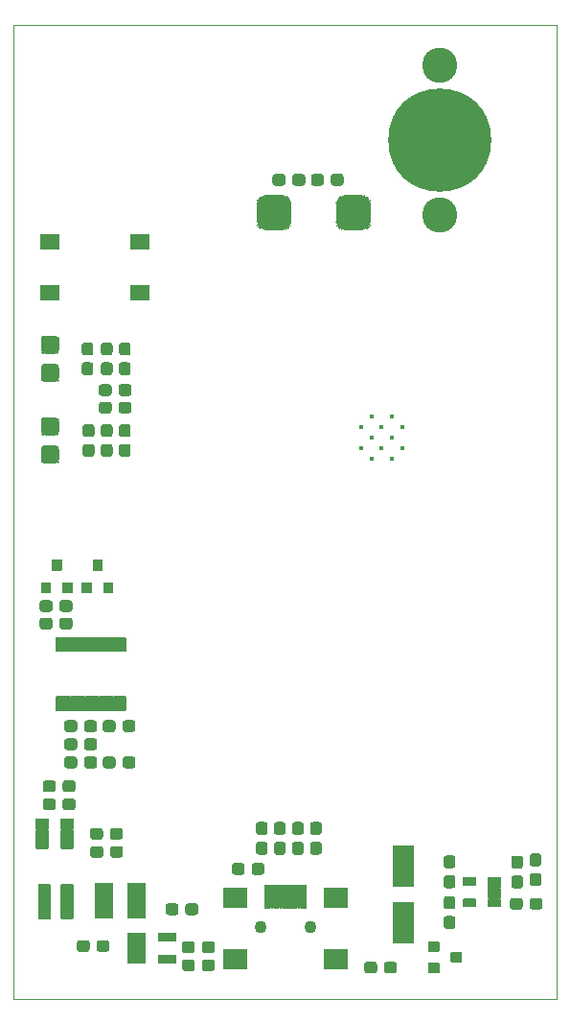
<source format=gbs>
G04 #@! TF.GenerationSoftware,KiCad,Pcbnew,5.1.8-db9833491~88~ubuntu20.04.1*
G04 #@! TF.CreationDate,2020-12-09T06:14:29+01:00*
G04 #@! TF.ProjectId,v1,76312e6b-6963-4616-945f-706362585858,rev?*
G04 #@! TF.SameCoordinates,Original*
G04 #@! TF.FileFunction,Soldermask,Bot*
G04 #@! TF.FilePolarity,Negative*
%FSLAX46Y46*%
G04 Gerber Fmt 4.6, Leading zero omitted, Abs format (unit mm)*
G04 Created by KiCad (PCBNEW 5.1.8-db9833491~88~ubuntu20.04.1) date 2020-12-09 06:14:29*
%MOMM*%
%LPD*%
G01*
G04 APERTURE LIST*
G04 #@! TA.AperFunction,Profile*
%ADD10C,0.050000*%
G04 #@! TD*
%ADD11C,9.102000*%
%ADD12C,3.102000*%
%ADD13C,0.402000*%
%ADD14C,1.102000*%
%ADD15C,0.100000*%
G04 APERTURE END LIST*
D10*
X120000000Y-72000000D02*
X168000000Y-72000000D01*
X120000000Y-72000000D02*
X120000000Y-158000000D01*
X168000000Y-158000000D02*
X168000000Y-72000000D01*
X120000000Y-158000000D02*
X168000000Y-158000000D01*
X120000000Y-72000000D02*
X168000000Y-72000000D01*
X120000000Y-72000000D02*
X120000000Y-158000000D01*
X168000000Y-158000000D02*
X168000000Y-72000000D01*
X120000000Y-158000000D02*
X168000000Y-158000000D01*
G36*
G01*
X143775500Y-90151000D02*
X142224500Y-90151000D01*
G75*
G02*
X141449000Y-89375500I0J775500D01*
G01*
X141449000Y-87824500D01*
G75*
G02*
X142224500Y-87049000I775500J0D01*
G01*
X143775500Y-87049000D01*
G75*
G02*
X144551000Y-87824500I0J-775500D01*
G01*
X144551000Y-89375500D01*
G75*
G02*
X143775500Y-90151000I-775500J0D01*
G01*
G37*
G36*
G01*
X150775500Y-90151000D02*
X149224500Y-90151000D01*
G75*
G02*
X148449000Y-89375500I0J775500D01*
G01*
X148449000Y-87824500D01*
G75*
G02*
X149224500Y-87049000I775500J0D01*
G01*
X150775500Y-87049000D01*
G75*
G02*
X151551000Y-87824500I0J-775500D01*
G01*
X151551000Y-89375500D01*
G75*
G02*
X150775500Y-90151000I-775500J0D01*
G01*
G37*
D11*
X157600000Y-82200000D03*
D12*
X157600000Y-88800000D03*
X157600000Y-75600000D03*
G36*
G01*
X122793500Y-109137000D02*
X123606500Y-109137000D01*
G75*
G02*
X124013000Y-109543500I0J-406500D01*
G01*
X124013000Y-110356500D01*
G75*
G02*
X123606500Y-110763000I-406500J0D01*
G01*
X122793500Y-110763000D01*
G75*
G02*
X122387000Y-110356500I0J406500D01*
G01*
X122387000Y-109543500D01*
G75*
G02*
X122793500Y-109137000I406500J0D01*
G01*
G37*
G36*
G01*
X122793500Y-106637000D02*
X123606500Y-106637000D01*
G75*
G02*
X124013000Y-107043500I0J-406500D01*
G01*
X124013000Y-107856500D01*
G75*
G02*
X123606500Y-108263000I-406500J0D01*
G01*
X122793500Y-108263000D01*
G75*
G02*
X122387000Y-107856500I0J406500D01*
G01*
X122387000Y-107043500D01*
G75*
G02*
X122793500Y-106637000I406500J0D01*
G01*
G37*
G36*
G01*
X123606500Y-101063000D02*
X122793500Y-101063000D01*
G75*
G02*
X122387000Y-100656500I0J406500D01*
G01*
X122387000Y-99843500D01*
G75*
G02*
X122793500Y-99437000I406500J0D01*
G01*
X123606500Y-99437000D01*
G75*
G02*
X124013000Y-99843500I0J-406500D01*
G01*
X124013000Y-100656500D01*
G75*
G02*
X123606500Y-101063000I-406500J0D01*
G01*
G37*
G36*
G01*
X123606500Y-103563000D02*
X122793500Y-103563000D01*
G75*
G02*
X122387000Y-103156500I0J406500D01*
G01*
X122387000Y-102343500D01*
G75*
G02*
X122793500Y-101937000I406500J0D01*
G01*
X123606500Y-101937000D01*
G75*
G02*
X124013000Y-102343500I0J-406500D01*
G01*
X124013000Y-103156500D01*
G75*
G02*
X123606500Y-103563000I-406500J0D01*
G01*
G37*
D13*
X150675000Y-109367500D03*
X150675000Y-107532500D03*
X151592500Y-110285000D03*
X151592500Y-108450000D03*
X151592500Y-106615000D03*
X152510000Y-109367500D03*
X152510000Y-107532500D03*
X153427500Y-110285000D03*
X153427500Y-108450000D03*
X153427500Y-106615000D03*
X154345000Y-109367500D03*
X154345000Y-107532500D03*
G36*
G01*
X123742500Y-131249000D02*
X124142500Y-131249000D01*
G75*
G02*
X124193500Y-131300000I0J-51000D01*
G01*
X124193500Y-132500000D01*
G75*
G02*
X124142500Y-132551000I-51000J0D01*
G01*
X123742500Y-132551000D01*
G75*
G02*
X123691500Y-132500000I0J51000D01*
G01*
X123691500Y-131300000D01*
G75*
G02*
X123742500Y-131249000I51000J0D01*
G01*
G37*
G36*
G01*
X124377500Y-131249000D02*
X124777500Y-131249000D01*
G75*
G02*
X124828500Y-131300000I0J-51000D01*
G01*
X124828500Y-132500000D01*
G75*
G02*
X124777500Y-132551000I-51000J0D01*
G01*
X124377500Y-132551000D01*
G75*
G02*
X124326500Y-132500000I0J51000D01*
G01*
X124326500Y-131300000D01*
G75*
G02*
X124377500Y-131249000I51000J0D01*
G01*
G37*
G36*
G01*
X125012500Y-131249000D02*
X125412500Y-131249000D01*
G75*
G02*
X125463500Y-131300000I0J-51000D01*
G01*
X125463500Y-132500000D01*
G75*
G02*
X125412500Y-132551000I-51000J0D01*
G01*
X125012500Y-132551000D01*
G75*
G02*
X124961500Y-132500000I0J51000D01*
G01*
X124961500Y-131300000D01*
G75*
G02*
X125012500Y-131249000I51000J0D01*
G01*
G37*
G36*
G01*
X125647500Y-131249000D02*
X126047500Y-131249000D01*
G75*
G02*
X126098500Y-131300000I0J-51000D01*
G01*
X126098500Y-132500000D01*
G75*
G02*
X126047500Y-132551000I-51000J0D01*
G01*
X125647500Y-132551000D01*
G75*
G02*
X125596500Y-132500000I0J51000D01*
G01*
X125596500Y-131300000D01*
G75*
G02*
X125647500Y-131249000I51000J0D01*
G01*
G37*
G36*
G01*
X126282500Y-131249000D02*
X126682500Y-131249000D01*
G75*
G02*
X126733500Y-131300000I0J-51000D01*
G01*
X126733500Y-132500000D01*
G75*
G02*
X126682500Y-132551000I-51000J0D01*
G01*
X126282500Y-132551000D01*
G75*
G02*
X126231500Y-132500000I0J51000D01*
G01*
X126231500Y-131300000D01*
G75*
G02*
X126282500Y-131249000I51000J0D01*
G01*
G37*
G36*
G01*
X126917500Y-131249000D02*
X127317500Y-131249000D01*
G75*
G02*
X127368500Y-131300000I0J-51000D01*
G01*
X127368500Y-132500000D01*
G75*
G02*
X127317500Y-132551000I-51000J0D01*
G01*
X126917500Y-132551000D01*
G75*
G02*
X126866500Y-132500000I0J51000D01*
G01*
X126866500Y-131300000D01*
G75*
G02*
X126917500Y-131249000I51000J0D01*
G01*
G37*
G36*
G01*
X127552500Y-131249000D02*
X127952500Y-131249000D01*
G75*
G02*
X128003500Y-131300000I0J-51000D01*
G01*
X128003500Y-132500000D01*
G75*
G02*
X127952500Y-132551000I-51000J0D01*
G01*
X127552500Y-132551000D01*
G75*
G02*
X127501500Y-132500000I0J51000D01*
G01*
X127501500Y-131300000D01*
G75*
G02*
X127552500Y-131249000I51000J0D01*
G01*
G37*
G36*
G01*
X128187500Y-131249000D02*
X128587500Y-131249000D01*
G75*
G02*
X128638500Y-131300000I0J-51000D01*
G01*
X128638500Y-132500000D01*
G75*
G02*
X128587500Y-132551000I-51000J0D01*
G01*
X128187500Y-132551000D01*
G75*
G02*
X128136500Y-132500000I0J51000D01*
G01*
X128136500Y-131300000D01*
G75*
G02*
X128187500Y-131249000I51000J0D01*
G01*
G37*
G36*
G01*
X128822500Y-131249000D02*
X129222500Y-131249000D01*
G75*
G02*
X129273500Y-131300000I0J-51000D01*
G01*
X129273500Y-132500000D01*
G75*
G02*
X129222500Y-132551000I-51000J0D01*
G01*
X128822500Y-132551000D01*
G75*
G02*
X128771500Y-132500000I0J51000D01*
G01*
X128771500Y-131300000D01*
G75*
G02*
X128822500Y-131249000I51000J0D01*
G01*
G37*
G36*
G01*
X129457500Y-131249000D02*
X129857500Y-131249000D01*
G75*
G02*
X129908500Y-131300000I0J-51000D01*
G01*
X129908500Y-132500000D01*
G75*
G02*
X129857500Y-132551000I-51000J0D01*
G01*
X129457500Y-132551000D01*
G75*
G02*
X129406500Y-132500000I0J51000D01*
G01*
X129406500Y-131300000D01*
G75*
G02*
X129457500Y-131249000I51000J0D01*
G01*
G37*
G36*
G01*
X129457500Y-126049000D02*
X129857500Y-126049000D01*
G75*
G02*
X129908500Y-126100000I0J-51000D01*
G01*
X129908500Y-127300000D01*
G75*
G02*
X129857500Y-127351000I-51000J0D01*
G01*
X129457500Y-127351000D01*
G75*
G02*
X129406500Y-127300000I0J51000D01*
G01*
X129406500Y-126100000D01*
G75*
G02*
X129457500Y-126049000I51000J0D01*
G01*
G37*
G36*
G01*
X128822500Y-126049000D02*
X129222500Y-126049000D01*
G75*
G02*
X129273500Y-126100000I0J-51000D01*
G01*
X129273500Y-127300000D01*
G75*
G02*
X129222500Y-127351000I-51000J0D01*
G01*
X128822500Y-127351000D01*
G75*
G02*
X128771500Y-127300000I0J51000D01*
G01*
X128771500Y-126100000D01*
G75*
G02*
X128822500Y-126049000I51000J0D01*
G01*
G37*
G36*
G01*
X128187500Y-126049000D02*
X128587500Y-126049000D01*
G75*
G02*
X128638500Y-126100000I0J-51000D01*
G01*
X128638500Y-127300000D01*
G75*
G02*
X128587500Y-127351000I-51000J0D01*
G01*
X128187500Y-127351000D01*
G75*
G02*
X128136500Y-127300000I0J51000D01*
G01*
X128136500Y-126100000D01*
G75*
G02*
X128187500Y-126049000I51000J0D01*
G01*
G37*
G36*
G01*
X127552500Y-126049000D02*
X127952500Y-126049000D01*
G75*
G02*
X128003500Y-126100000I0J-51000D01*
G01*
X128003500Y-127300000D01*
G75*
G02*
X127952500Y-127351000I-51000J0D01*
G01*
X127552500Y-127351000D01*
G75*
G02*
X127501500Y-127300000I0J51000D01*
G01*
X127501500Y-126100000D01*
G75*
G02*
X127552500Y-126049000I51000J0D01*
G01*
G37*
G36*
G01*
X126917500Y-126049000D02*
X127317500Y-126049000D01*
G75*
G02*
X127368500Y-126100000I0J-51000D01*
G01*
X127368500Y-127300000D01*
G75*
G02*
X127317500Y-127351000I-51000J0D01*
G01*
X126917500Y-127351000D01*
G75*
G02*
X126866500Y-127300000I0J51000D01*
G01*
X126866500Y-126100000D01*
G75*
G02*
X126917500Y-126049000I51000J0D01*
G01*
G37*
G36*
G01*
X126282500Y-126049000D02*
X126682500Y-126049000D01*
G75*
G02*
X126733500Y-126100000I0J-51000D01*
G01*
X126733500Y-127300000D01*
G75*
G02*
X126682500Y-127351000I-51000J0D01*
G01*
X126282500Y-127351000D01*
G75*
G02*
X126231500Y-127300000I0J51000D01*
G01*
X126231500Y-126100000D01*
G75*
G02*
X126282500Y-126049000I51000J0D01*
G01*
G37*
G36*
G01*
X125647500Y-126049000D02*
X126047500Y-126049000D01*
G75*
G02*
X126098500Y-126100000I0J-51000D01*
G01*
X126098500Y-127300000D01*
G75*
G02*
X126047500Y-127351000I-51000J0D01*
G01*
X125647500Y-127351000D01*
G75*
G02*
X125596500Y-127300000I0J51000D01*
G01*
X125596500Y-126100000D01*
G75*
G02*
X125647500Y-126049000I51000J0D01*
G01*
G37*
G36*
G01*
X125012500Y-126049000D02*
X125412500Y-126049000D01*
G75*
G02*
X125463500Y-126100000I0J-51000D01*
G01*
X125463500Y-127300000D01*
G75*
G02*
X125412500Y-127351000I-51000J0D01*
G01*
X125012500Y-127351000D01*
G75*
G02*
X124961500Y-127300000I0J51000D01*
G01*
X124961500Y-126100000D01*
G75*
G02*
X125012500Y-126049000I51000J0D01*
G01*
G37*
G36*
G01*
X124377500Y-126049000D02*
X124777500Y-126049000D01*
G75*
G02*
X124828500Y-126100000I0J-51000D01*
G01*
X124828500Y-127300000D01*
G75*
G02*
X124777500Y-127351000I-51000J0D01*
G01*
X124377500Y-127351000D01*
G75*
G02*
X124326500Y-127300000I0J51000D01*
G01*
X124326500Y-126100000D01*
G75*
G02*
X124377500Y-126049000I51000J0D01*
G01*
G37*
G36*
G01*
X123742500Y-126049000D02*
X124142500Y-126049000D01*
G75*
G02*
X124193500Y-126100000I0J-51000D01*
G01*
X124193500Y-127300000D01*
G75*
G02*
X124142500Y-127351000I-51000J0D01*
G01*
X123742500Y-127351000D01*
G75*
G02*
X123691500Y-127300000I0J51000D01*
G01*
X123691500Y-126100000D01*
G75*
G02*
X123742500Y-126049000I51000J0D01*
G01*
G37*
G36*
G01*
X132719000Y-154775001D02*
X132719000Y-154124999D01*
G75*
G02*
X132769999Y-154074000I50999J0D01*
G01*
X134330001Y-154074000D01*
G75*
G02*
X134381000Y-154124999I0J-50999D01*
G01*
X134381000Y-154775001D01*
G75*
G02*
X134330001Y-154826000I-50999J0D01*
G01*
X132769999Y-154826000D01*
G75*
G02*
X132719000Y-154775001I0J50999D01*
G01*
G37*
G36*
G01*
X132719000Y-152875001D02*
X132719000Y-152224999D01*
G75*
G02*
X132769999Y-152174000I50999J0D01*
G01*
X134330001Y-152174000D01*
G75*
G02*
X134381000Y-152224999I0J-50999D01*
G01*
X134381000Y-152875001D01*
G75*
G02*
X134330001Y-152926000I-50999J0D01*
G01*
X132769999Y-152926000D01*
G75*
G02*
X132719000Y-152875001I0J50999D01*
G01*
G37*
G36*
G01*
X130019000Y-152875001D02*
X130019000Y-152224999D01*
G75*
G02*
X130069999Y-152174000I50999J0D01*
G01*
X131630001Y-152174000D01*
G75*
G02*
X131681000Y-152224999I0J-50999D01*
G01*
X131681000Y-152875001D01*
G75*
G02*
X131630001Y-152926000I-50999J0D01*
G01*
X130069999Y-152926000D01*
G75*
G02*
X130019000Y-152875001I0J50999D01*
G01*
G37*
G36*
G01*
X130019000Y-153825001D02*
X130019000Y-153174999D01*
G75*
G02*
X130069999Y-153124000I50999J0D01*
G01*
X131630001Y-153124000D01*
G75*
G02*
X131681000Y-153174999I0J-50999D01*
G01*
X131681000Y-153825001D01*
G75*
G02*
X131630001Y-153876000I-50999J0D01*
G01*
X130069999Y-153876000D01*
G75*
G02*
X130019000Y-153825001I0J50999D01*
G01*
G37*
G36*
G01*
X130019000Y-154775001D02*
X130019000Y-154124999D01*
G75*
G02*
X130069999Y-154074000I50999J0D01*
G01*
X131630001Y-154074000D01*
G75*
G02*
X131681000Y-154124999I0J-50999D01*
G01*
X131681000Y-154775001D01*
G75*
G02*
X131630001Y-154826000I-50999J0D01*
G01*
X130069999Y-154826000D01*
G75*
G02*
X130019000Y-154775001I0J50999D01*
G01*
G37*
G36*
G01*
X160831000Y-147274999D02*
X160831000Y-147925001D01*
G75*
G02*
X160780001Y-147976000I-50999J0D01*
G01*
X159719999Y-147976000D01*
G75*
G02*
X159669000Y-147925001I0J50999D01*
G01*
X159669000Y-147274999D01*
G75*
G02*
X159719999Y-147224000I50999J0D01*
G01*
X160780001Y-147224000D01*
G75*
G02*
X160831000Y-147274999I0J-50999D01*
G01*
G37*
G36*
G01*
X160831000Y-149174999D02*
X160831000Y-149825001D01*
G75*
G02*
X160780001Y-149876000I-50999J0D01*
G01*
X159719999Y-149876000D01*
G75*
G02*
X159669000Y-149825001I0J50999D01*
G01*
X159669000Y-149174999D01*
G75*
G02*
X159719999Y-149124000I50999J0D01*
G01*
X160780001Y-149124000D01*
G75*
G02*
X160831000Y-149174999I0J-50999D01*
G01*
G37*
G36*
G01*
X163031000Y-149174999D02*
X163031000Y-149825001D01*
G75*
G02*
X162980001Y-149876000I-50999J0D01*
G01*
X161919999Y-149876000D01*
G75*
G02*
X161869000Y-149825001I0J50999D01*
G01*
X161869000Y-149174999D01*
G75*
G02*
X161919999Y-149124000I50999J0D01*
G01*
X162980001Y-149124000D01*
G75*
G02*
X163031000Y-149174999I0J-50999D01*
G01*
G37*
G36*
G01*
X163031000Y-148224999D02*
X163031000Y-148875001D01*
G75*
G02*
X162980001Y-148926000I-50999J0D01*
G01*
X161919999Y-148926000D01*
G75*
G02*
X161869000Y-148875001I0J50999D01*
G01*
X161869000Y-148224999D01*
G75*
G02*
X161919999Y-148174000I50999J0D01*
G01*
X162980001Y-148174000D01*
G75*
G02*
X163031000Y-148224999I0J-50999D01*
G01*
G37*
G36*
G01*
X163031000Y-147274999D02*
X163031000Y-147925001D01*
G75*
G02*
X162980001Y-147976000I-50999J0D01*
G01*
X161919999Y-147976000D01*
G75*
G02*
X161869000Y-147925001I0J50999D01*
G01*
X161869000Y-147274999D01*
G75*
G02*
X161919999Y-147224000I50999J0D01*
G01*
X162980001Y-147224000D01*
G75*
G02*
X163031000Y-147274999I0J-50999D01*
G01*
G37*
G36*
G01*
X124119000Y-143725001D02*
X124119000Y-143074999D01*
G75*
G02*
X124169999Y-143024000I50999J0D01*
G01*
X125230001Y-143024000D01*
G75*
G02*
X125281000Y-143074999I0J-50999D01*
G01*
X125281000Y-143725001D01*
G75*
G02*
X125230001Y-143776000I-50999J0D01*
G01*
X124169999Y-143776000D01*
G75*
G02*
X124119000Y-143725001I0J50999D01*
G01*
G37*
G36*
G01*
X124119000Y-144675001D02*
X124119000Y-144024999D01*
G75*
G02*
X124169999Y-143974000I50999J0D01*
G01*
X125230001Y-143974000D01*
G75*
G02*
X125281000Y-144024999I0J-50999D01*
G01*
X125281000Y-144675001D01*
G75*
G02*
X125230001Y-144726000I-50999J0D01*
G01*
X124169999Y-144726000D01*
G75*
G02*
X124119000Y-144675001I0J50999D01*
G01*
G37*
G36*
G01*
X124119000Y-142775001D02*
X124119000Y-142124999D01*
G75*
G02*
X124169999Y-142074000I50999J0D01*
G01*
X125230001Y-142074000D01*
G75*
G02*
X125281000Y-142124999I0J-50999D01*
G01*
X125281000Y-142775001D01*
G75*
G02*
X125230001Y-142826000I-50999J0D01*
G01*
X124169999Y-142826000D01*
G75*
G02*
X124119000Y-142775001I0J50999D01*
G01*
G37*
G36*
G01*
X121919000Y-142775001D02*
X121919000Y-142124999D01*
G75*
G02*
X121969999Y-142074000I50999J0D01*
G01*
X123030001Y-142074000D01*
G75*
G02*
X123081000Y-142124999I0J-50999D01*
G01*
X123081000Y-142775001D01*
G75*
G02*
X123030001Y-142826000I-50999J0D01*
G01*
X121969999Y-142826000D01*
G75*
G02*
X121919000Y-142775001I0J50999D01*
G01*
G37*
G36*
G01*
X121919000Y-143725001D02*
X121919000Y-143074999D01*
G75*
G02*
X121969999Y-143024000I50999J0D01*
G01*
X123030001Y-143024000D01*
G75*
G02*
X123081000Y-143074999I0J-50999D01*
G01*
X123081000Y-143725001D01*
G75*
G02*
X123030001Y-143776000I-50999J0D01*
G01*
X121969999Y-143776000D01*
G75*
G02*
X121919000Y-143725001I0J50999D01*
G01*
G37*
G36*
G01*
X121919000Y-144675001D02*
X121919000Y-144024999D01*
G75*
G02*
X121969999Y-143974000I50999J0D01*
G01*
X123030001Y-143974000D01*
G75*
G02*
X123081000Y-144024999I0J-50999D01*
G01*
X123081000Y-144675001D01*
G75*
G02*
X123030001Y-144726000I-50999J0D01*
G01*
X121969999Y-144726000D01*
G75*
G02*
X121919000Y-144675001I0J50999D01*
G01*
G37*
G36*
G01*
X130329000Y-91825000D02*
X130329000Y-90525000D01*
G75*
G02*
X130380000Y-90474000I51000J0D01*
G01*
X131930000Y-90474000D01*
G75*
G02*
X131981000Y-90525000I0J-51000D01*
G01*
X131981000Y-91825000D01*
G75*
G02*
X131930000Y-91876000I-51000J0D01*
G01*
X130380000Y-91876000D01*
G75*
G02*
X130329000Y-91825000I0J51000D01*
G01*
G37*
G36*
G01*
X130329000Y-96325000D02*
X130329000Y-95025000D01*
G75*
G02*
X130380000Y-94974000I51000J0D01*
G01*
X131930000Y-94974000D01*
G75*
G02*
X131981000Y-95025000I0J-51000D01*
G01*
X131981000Y-96325000D01*
G75*
G02*
X131930000Y-96376000I-51000J0D01*
G01*
X130380000Y-96376000D01*
G75*
G02*
X130329000Y-96325000I0J51000D01*
G01*
G37*
G36*
G01*
X122369000Y-96325000D02*
X122369000Y-95025000D01*
G75*
G02*
X122420000Y-94974000I51000J0D01*
G01*
X123970000Y-94974000D01*
G75*
G02*
X124021000Y-95025000I0J-51000D01*
G01*
X124021000Y-96325000D01*
G75*
G02*
X123970000Y-96376000I-51000J0D01*
G01*
X122420000Y-96376000D01*
G75*
G02*
X122369000Y-96325000I0J51000D01*
G01*
G37*
G36*
G01*
X122369000Y-91825000D02*
X122369000Y-90525000D01*
G75*
G02*
X122420000Y-90474000I51000J0D01*
G01*
X123970000Y-90474000D01*
G75*
G02*
X124021000Y-90525000I0J-51000D01*
G01*
X124021000Y-91825000D01*
G75*
G02*
X123970000Y-91876000I-51000J0D01*
G01*
X122420000Y-91876000D01*
G75*
G02*
X122369000Y-91825000I0J51000D01*
G01*
G37*
G36*
G01*
X126337000Y-108999000D02*
X126863000Y-108999000D01*
G75*
G02*
X127126000Y-109262000I0J-263000D01*
G01*
X127126000Y-109888000D01*
G75*
G02*
X126863000Y-110151000I-263000J0D01*
G01*
X126337000Y-110151000D01*
G75*
G02*
X126074000Y-109888000I0J263000D01*
G01*
X126074000Y-109262000D01*
G75*
G02*
X126337000Y-108999000I263000J0D01*
G01*
G37*
G36*
G01*
X126337000Y-107249000D02*
X126863000Y-107249000D01*
G75*
G02*
X127126000Y-107512000I0J-263000D01*
G01*
X127126000Y-108138000D01*
G75*
G02*
X126863000Y-108401000I-263000J0D01*
G01*
X126337000Y-108401000D01*
G75*
G02*
X126074000Y-108138000I0J263000D01*
G01*
X126074000Y-107512000D01*
G75*
G02*
X126337000Y-107249000I263000J0D01*
G01*
G37*
G36*
G01*
X128463000Y-108401000D02*
X127937000Y-108401000D01*
G75*
G02*
X127674000Y-108138000I0J263000D01*
G01*
X127674000Y-107512000D01*
G75*
G02*
X127937000Y-107249000I263000J0D01*
G01*
X128463000Y-107249000D01*
G75*
G02*
X128726000Y-107512000I0J-263000D01*
G01*
X128726000Y-108138000D01*
G75*
G02*
X128463000Y-108401000I-263000J0D01*
G01*
G37*
G36*
G01*
X128463000Y-110151000D02*
X127937000Y-110151000D01*
G75*
G02*
X127674000Y-109888000I0J263000D01*
G01*
X127674000Y-109262000D01*
G75*
G02*
X127937000Y-108999000I263000J0D01*
G01*
X128463000Y-108999000D01*
G75*
G02*
X128726000Y-109262000I0J-263000D01*
G01*
X128726000Y-109888000D01*
G75*
G02*
X128463000Y-110151000I-263000J0D01*
G01*
G37*
G36*
G01*
X126763000Y-101201000D02*
X126237000Y-101201000D01*
G75*
G02*
X125974000Y-100938000I0J263000D01*
G01*
X125974000Y-100312000D01*
G75*
G02*
X126237000Y-100049000I263000J0D01*
G01*
X126763000Y-100049000D01*
G75*
G02*
X127026000Y-100312000I0J-263000D01*
G01*
X127026000Y-100938000D01*
G75*
G02*
X126763000Y-101201000I-263000J0D01*
G01*
G37*
G36*
G01*
X126763000Y-102951000D02*
X126237000Y-102951000D01*
G75*
G02*
X125974000Y-102688000I0J263000D01*
G01*
X125974000Y-102062000D01*
G75*
G02*
X126237000Y-101799000I263000J0D01*
G01*
X126763000Y-101799000D01*
G75*
G02*
X127026000Y-102062000I0J-263000D01*
G01*
X127026000Y-102688000D01*
G75*
G02*
X126763000Y-102951000I-263000J0D01*
G01*
G37*
G36*
G01*
X129537000Y-101799000D02*
X130063000Y-101799000D01*
G75*
G02*
X130326000Y-102062000I0J-263000D01*
G01*
X130326000Y-102688000D01*
G75*
G02*
X130063000Y-102951000I-263000J0D01*
G01*
X129537000Y-102951000D01*
G75*
G02*
X129274000Y-102688000I0J263000D01*
G01*
X129274000Y-102062000D01*
G75*
G02*
X129537000Y-101799000I263000J0D01*
G01*
G37*
G36*
G01*
X129537000Y-100049000D02*
X130063000Y-100049000D01*
G75*
G02*
X130326000Y-100312000I0J-263000D01*
G01*
X130326000Y-100938000D01*
G75*
G02*
X130063000Y-101201000I-263000J0D01*
G01*
X129537000Y-101201000D01*
G75*
G02*
X129274000Y-100938000I0J263000D01*
G01*
X129274000Y-100312000D01*
G75*
G02*
X129537000Y-100049000I263000J0D01*
G01*
G37*
G36*
G01*
X143237000Y-144099000D02*
X143763000Y-144099000D01*
G75*
G02*
X144026000Y-144362000I0J-263000D01*
G01*
X144026000Y-144988000D01*
G75*
G02*
X143763000Y-145251000I-263000J0D01*
G01*
X143237000Y-145251000D01*
G75*
G02*
X142974000Y-144988000I0J263000D01*
G01*
X142974000Y-144362000D01*
G75*
G02*
X143237000Y-144099000I263000J0D01*
G01*
G37*
G36*
G01*
X143237000Y-142349000D02*
X143763000Y-142349000D01*
G75*
G02*
X144026000Y-142612000I0J-263000D01*
G01*
X144026000Y-143238000D01*
G75*
G02*
X143763000Y-143501000I-263000J0D01*
G01*
X143237000Y-143501000D01*
G75*
G02*
X142974000Y-143238000I0J263000D01*
G01*
X142974000Y-142612000D01*
G75*
G02*
X143237000Y-142349000I263000J0D01*
G01*
G37*
G36*
G01*
X144837000Y-144099000D02*
X145363000Y-144099000D01*
G75*
G02*
X145626000Y-144362000I0J-263000D01*
G01*
X145626000Y-144988000D01*
G75*
G02*
X145363000Y-145251000I-263000J0D01*
G01*
X144837000Y-145251000D01*
G75*
G02*
X144574000Y-144988000I0J263000D01*
G01*
X144574000Y-144362000D01*
G75*
G02*
X144837000Y-144099000I263000J0D01*
G01*
G37*
G36*
G01*
X144837000Y-142349000D02*
X145363000Y-142349000D01*
G75*
G02*
X145626000Y-142612000I0J-263000D01*
G01*
X145626000Y-143238000D01*
G75*
G02*
X145363000Y-143501000I-263000J0D01*
G01*
X144837000Y-143501000D01*
G75*
G02*
X144574000Y-143238000I0J263000D01*
G01*
X144574000Y-142612000D01*
G75*
G02*
X144837000Y-142349000I263000J0D01*
G01*
G37*
G36*
G01*
X124024000Y-123563000D02*
X124024000Y-123037000D01*
G75*
G02*
X124287000Y-122774000I263000J0D01*
G01*
X124913000Y-122774000D01*
G75*
G02*
X125176000Y-123037000I0J-263000D01*
G01*
X125176000Y-123563000D01*
G75*
G02*
X124913000Y-123826000I-263000J0D01*
G01*
X124287000Y-123826000D01*
G75*
G02*
X124024000Y-123563000I0J263000D01*
G01*
G37*
G36*
G01*
X122274000Y-123563000D02*
X122274000Y-123037000D01*
G75*
G02*
X122537000Y-122774000I263000J0D01*
G01*
X123163000Y-122774000D01*
G75*
G02*
X123426000Y-123037000I0J-263000D01*
G01*
X123426000Y-123563000D01*
G75*
G02*
X123163000Y-123826000I-263000J0D01*
G01*
X122537000Y-123826000D01*
G75*
G02*
X122274000Y-123563000I0J263000D01*
G01*
G37*
G36*
G01*
X123426000Y-124587000D02*
X123426000Y-125113000D01*
G75*
G02*
X123163000Y-125376000I-263000J0D01*
G01*
X122537000Y-125376000D01*
G75*
G02*
X122274000Y-125113000I0J263000D01*
G01*
X122274000Y-124587000D01*
G75*
G02*
X122537000Y-124324000I263000J0D01*
G01*
X123163000Y-124324000D01*
G75*
G02*
X123426000Y-124587000I0J-263000D01*
G01*
G37*
G36*
G01*
X125176000Y-124587000D02*
X125176000Y-125113000D01*
G75*
G02*
X124913000Y-125376000I-263000J0D01*
G01*
X124287000Y-125376000D01*
G75*
G02*
X124024000Y-125113000I0J263000D01*
G01*
X124024000Y-124587000D01*
G75*
G02*
X124287000Y-124324000I263000J0D01*
G01*
X124913000Y-124324000D01*
G75*
G02*
X125176000Y-124587000I0J-263000D01*
G01*
G37*
G36*
G01*
X136599000Y-153663000D02*
X136599000Y-153137000D01*
G75*
G02*
X136862000Y-152874000I263000J0D01*
G01*
X137488000Y-152874000D01*
G75*
G02*
X137751000Y-153137000I0J-263000D01*
G01*
X137751000Y-153663000D01*
G75*
G02*
X137488000Y-153926000I-263000J0D01*
G01*
X136862000Y-153926000D01*
G75*
G02*
X136599000Y-153663000I0J263000D01*
G01*
G37*
G36*
G01*
X134849000Y-153663000D02*
X134849000Y-153137000D01*
G75*
G02*
X135112000Y-152874000I263000J0D01*
G01*
X135738000Y-152874000D01*
G75*
G02*
X136001000Y-153137000I0J-263000D01*
G01*
X136001000Y-153663000D01*
G75*
G02*
X135738000Y-153926000I-263000J0D01*
G01*
X135112000Y-153926000D01*
G75*
G02*
X134849000Y-153663000I0J263000D01*
G01*
G37*
G36*
G01*
X136001000Y-154737000D02*
X136001000Y-155263000D01*
G75*
G02*
X135738000Y-155526000I-263000J0D01*
G01*
X135112000Y-155526000D01*
G75*
G02*
X134849000Y-155263000I0J263000D01*
G01*
X134849000Y-154737000D01*
G75*
G02*
X135112000Y-154474000I263000J0D01*
G01*
X135738000Y-154474000D01*
G75*
G02*
X136001000Y-154737000I0J-263000D01*
G01*
G37*
G36*
G01*
X137751000Y-154737000D02*
X137751000Y-155263000D01*
G75*
G02*
X137488000Y-155526000I-263000J0D01*
G01*
X136862000Y-155526000D01*
G75*
G02*
X136599000Y-155263000I0J263000D01*
G01*
X136599000Y-154737000D01*
G75*
G02*
X136862000Y-154474000I263000J0D01*
G01*
X137488000Y-154474000D01*
G75*
G02*
X137751000Y-154737000I0J-263000D01*
G01*
G37*
G36*
G01*
X152101000Y-154937000D02*
X152101000Y-155463000D01*
G75*
G02*
X151838000Y-155726000I-263000J0D01*
G01*
X151212000Y-155726000D01*
G75*
G02*
X150949000Y-155463000I0J263000D01*
G01*
X150949000Y-154937000D01*
G75*
G02*
X151212000Y-154674000I263000J0D01*
G01*
X151838000Y-154674000D01*
G75*
G02*
X152101000Y-154937000I0J-263000D01*
G01*
G37*
G36*
G01*
X153851000Y-154937000D02*
X153851000Y-155463000D01*
G75*
G02*
X153588000Y-155726000I-263000J0D01*
G01*
X152962000Y-155726000D01*
G75*
G02*
X152699000Y-155463000I0J263000D01*
G01*
X152699000Y-154937000D01*
G75*
G02*
X152962000Y-154674000I263000J0D01*
G01*
X153588000Y-154674000D01*
G75*
G02*
X153851000Y-154937000I0J-263000D01*
G01*
G37*
G36*
G01*
X165837000Y-146874000D02*
X166363000Y-146874000D01*
G75*
G02*
X166626000Y-147137000I0J-263000D01*
G01*
X166626000Y-147763000D01*
G75*
G02*
X166363000Y-148026000I-263000J0D01*
G01*
X165837000Y-148026000D01*
G75*
G02*
X165574000Y-147763000I0J263000D01*
G01*
X165574000Y-147137000D01*
G75*
G02*
X165837000Y-146874000I263000J0D01*
G01*
G37*
G36*
G01*
X165837000Y-145124000D02*
X166363000Y-145124000D01*
G75*
G02*
X166626000Y-145387000I0J-263000D01*
G01*
X166626000Y-146013000D01*
G75*
G02*
X166363000Y-146276000I-263000J0D01*
G01*
X165837000Y-146276000D01*
G75*
G02*
X165574000Y-146013000I0J263000D01*
G01*
X165574000Y-145387000D01*
G75*
G02*
X165837000Y-145124000I263000J0D01*
G01*
G37*
G36*
G01*
X164738000Y-146476000D02*
X164212000Y-146476000D01*
G75*
G02*
X163949000Y-146213000I0J263000D01*
G01*
X163949000Y-145587000D01*
G75*
G02*
X164212000Y-145324000I263000J0D01*
G01*
X164738000Y-145324000D01*
G75*
G02*
X165001000Y-145587000I0J-263000D01*
G01*
X165001000Y-146213000D01*
G75*
G02*
X164738000Y-146476000I-263000J0D01*
G01*
G37*
G36*
G01*
X164738000Y-148226000D02*
X164212000Y-148226000D01*
G75*
G02*
X163949000Y-147963000I0J263000D01*
G01*
X163949000Y-147337000D01*
G75*
G02*
X164212000Y-147074000I263000J0D01*
G01*
X164738000Y-147074000D01*
G75*
G02*
X165001000Y-147337000I0J-263000D01*
G01*
X165001000Y-147963000D01*
G75*
G02*
X164738000Y-148226000I-263000J0D01*
G01*
G37*
G36*
G01*
X124299000Y-139463000D02*
X124299000Y-138937000D01*
G75*
G02*
X124562000Y-138674000I263000J0D01*
G01*
X125188000Y-138674000D01*
G75*
G02*
X125451000Y-138937000I0J-263000D01*
G01*
X125451000Y-139463000D01*
G75*
G02*
X125188000Y-139726000I-263000J0D01*
G01*
X124562000Y-139726000D01*
G75*
G02*
X124299000Y-139463000I0J263000D01*
G01*
G37*
G36*
G01*
X122549000Y-139463000D02*
X122549000Y-138937000D01*
G75*
G02*
X122812000Y-138674000I263000J0D01*
G01*
X123438000Y-138674000D01*
G75*
G02*
X123701000Y-138937000I0J-263000D01*
G01*
X123701000Y-139463000D01*
G75*
G02*
X123438000Y-139726000I-263000J0D01*
G01*
X122812000Y-139726000D01*
G75*
G02*
X122549000Y-139463000I0J263000D01*
G01*
G37*
G36*
G01*
X123701000Y-140537000D02*
X123701000Y-141063000D01*
G75*
G02*
X123438000Y-141326000I-263000J0D01*
G01*
X122812000Y-141326000D01*
G75*
G02*
X122549000Y-141063000I0J263000D01*
G01*
X122549000Y-140537000D01*
G75*
G02*
X122812000Y-140274000I263000J0D01*
G01*
X123438000Y-140274000D01*
G75*
G02*
X123701000Y-140537000I0J-263000D01*
G01*
G37*
G36*
G01*
X125451000Y-140537000D02*
X125451000Y-141063000D01*
G75*
G02*
X125188000Y-141326000I-263000J0D01*
G01*
X124562000Y-141326000D01*
G75*
G02*
X124299000Y-141063000I0J263000D01*
G01*
X124299000Y-140537000D01*
G75*
G02*
X124562000Y-140274000I263000J0D01*
G01*
X125188000Y-140274000D01*
G75*
G02*
X125451000Y-140537000I0J-263000D01*
G01*
G37*
G36*
G01*
X158763000Y-146451000D02*
X158237000Y-146451000D01*
G75*
G02*
X157974000Y-146188000I0J263000D01*
G01*
X157974000Y-145562000D01*
G75*
G02*
X158237000Y-145299000I263000J0D01*
G01*
X158763000Y-145299000D01*
G75*
G02*
X159026000Y-145562000I0J-263000D01*
G01*
X159026000Y-146188000D01*
G75*
G02*
X158763000Y-146451000I-263000J0D01*
G01*
G37*
G36*
G01*
X158763000Y-148201000D02*
X158237000Y-148201000D01*
G75*
G02*
X157974000Y-147938000I0J263000D01*
G01*
X157974000Y-147312000D01*
G75*
G02*
X158237000Y-147049000I263000J0D01*
G01*
X158763000Y-147049000D01*
G75*
G02*
X159026000Y-147312000I0J-263000D01*
G01*
X159026000Y-147938000D01*
G75*
G02*
X158763000Y-148201000I-263000J0D01*
G01*
G37*
G36*
G01*
X144001000Y-85437000D02*
X144001000Y-85963000D01*
G75*
G02*
X143738000Y-86226000I-263000J0D01*
G01*
X143112000Y-86226000D01*
G75*
G02*
X142849000Y-85963000I0J263000D01*
G01*
X142849000Y-85437000D01*
G75*
G02*
X143112000Y-85174000I263000J0D01*
G01*
X143738000Y-85174000D01*
G75*
G02*
X144001000Y-85437000I0J-263000D01*
G01*
G37*
G36*
G01*
X145751000Y-85437000D02*
X145751000Y-85963000D01*
G75*
G02*
X145488000Y-86226000I-263000J0D01*
G01*
X144862000Y-86226000D01*
G75*
G02*
X144599000Y-85963000I0J263000D01*
G01*
X144599000Y-85437000D01*
G75*
G02*
X144862000Y-85174000I263000J0D01*
G01*
X145488000Y-85174000D01*
G75*
G02*
X145751000Y-85437000I0J-263000D01*
G01*
G37*
G36*
G01*
X147401000Y-85437000D02*
X147401000Y-85963000D01*
G75*
G02*
X147138000Y-86226000I-263000J0D01*
G01*
X146512000Y-86226000D01*
G75*
G02*
X146249000Y-85963000I0J263000D01*
G01*
X146249000Y-85437000D01*
G75*
G02*
X146512000Y-85174000I263000J0D01*
G01*
X147138000Y-85174000D01*
G75*
G02*
X147401000Y-85437000I0J-263000D01*
G01*
G37*
G36*
G01*
X149151000Y-85437000D02*
X149151000Y-85963000D01*
G75*
G02*
X148888000Y-86226000I-263000J0D01*
G01*
X148262000Y-86226000D01*
G75*
G02*
X147999000Y-85963000I0J263000D01*
G01*
X147999000Y-85437000D01*
G75*
G02*
X148262000Y-85174000I263000J0D01*
G01*
X148888000Y-85174000D01*
G75*
G02*
X149151000Y-85437000I0J-263000D01*
G01*
G37*
G36*
G01*
X140401000Y-146237000D02*
X140401000Y-146763000D01*
G75*
G02*
X140138000Y-147026000I-263000J0D01*
G01*
X139512000Y-147026000D01*
G75*
G02*
X139249000Y-146763000I0J263000D01*
G01*
X139249000Y-146237000D01*
G75*
G02*
X139512000Y-145974000I263000J0D01*
G01*
X140138000Y-145974000D01*
G75*
G02*
X140401000Y-146237000I0J-263000D01*
G01*
G37*
G36*
G01*
X142151000Y-146237000D02*
X142151000Y-146763000D01*
G75*
G02*
X141888000Y-147026000I-263000J0D01*
G01*
X141262000Y-147026000D01*
G75*
G02*
X140999000Y-146763000I0J263000D01*
G01*
X140999000Y-146237000D01*
G75*
G02*
X141262000Y-145974000I263000J0D01*
G01*
X141888000Y-145974000D01*
G75*
G02*
X142151000Y-146237000I0J-263000D01*
G01*
G37*
G36*
G01*
X124200000Y-120201000D02*
X123400000Y-120201000D01*
G75*
G02*
X123349000Y-120150000I0J51000D01*
G01*
X123349000Y-119250000D01*
G75*
G02*
X123400000Y-119199000I51000J0D01*
G01*
X124200000Y-119199000D01*
G75*
G02*
X124251000Y-119250000I0J-51000D01*
G01*
X124251000Y-120150000D01*
G75*
G02*
X124200000Y-120201000I-51000J0D01*
G01*
G37*
G36*
G01*
X123250000Y-122201000D02*
X122450000Y-122201000D01*
G75*
G02*
X122399000Y-122150000I0J51000D01*
G01*
X122399000Y-121250000D01*
G75*
G02*
X122450000Y-121199000I51000J0D01*
G01*
X123250000Y-121199000D01*
G75*
G02*
X123301000Y-121250000I0J-51000D01*
G01*
X123301000Y-122150000D01*
G75*
G02*
X123250000Y-122201000I-51000J0D01*
G01*
G37*
G36*
G01*
X125150000Y-122201000D02*
X124350000Y-122201000D01*
G75*
G02*
X124299000Y-122150000I0J51000D01*
G01*
X124299000Y-121250000D01*
G75*
G02*
X124350000Y-121199000I51000J0D01*
G01*
X125150000Y-121199000D01*
G75*
G02*
X125201000Y-121250000I0J-51000D01*
G01*
X125201000Y-122150000D01*
G75*
G02*
X125150000Y-122201000I-51000J0D01*
G01*
G37*
G36*
G01*
X127800000Y-120201000D02*
X127000000Y-120201000D01*
G75*
G02*
X126949000Y-120150000I0J51000D01*
G01*
X126949000Y-119250000D01*
G75*
G02*
X127000000Y-119199000I51000J0D01*
G01*
X127800000Y-119199000D01*
G75*
G02*
X127851000Y-119250000I0J-51000D01*
G01*
X127851000Y-120150000D01*
G75*
G02*
X127800000Y-120201000I-51000J0D01*
G01*
G37*
G36*
G01*
X126850000Y-122201000D02*
X126050000Y-122201000D01*
G75*
G02*
X125999000Y-122150000I0J51000D01*
G01*
X125999000Y-121250000D01*
G75*
G02*
X126050000Y-121199000I51000J0D01*
G01*
X126850000Y-121199000D01*
G75*
G02*
X126901000Y-121250000I0J-51000D01*
G01*
X126901000Y-122150000D01*
G75*
G02*
X126850000Y-122201000I-51000J0D01*
G01*
G37*
G36*
G01*
X128750000Y-122201000D02*
X127950000Y-122201000D01*
G75*
G02*
X127899000Y-122150000I0J51000D01*
G01*
X127899000Y-121250000D01*
G75*
G02*
X127950000Y-121199000I51000J0D01*
G01*
X128750000Y-121199000D01*
G75*
G02*
X128801000Y-121250000I0J-51000D01*
G01*
X128801000Y-122150000D01*
G75*
G02*
X128750000Y-122201000I-51000J0D01*
G01*
G37*
G36*
G01*
X158599000Y-154700000D02*
X158599000Y-153900000D01*
G75*
G02*
X158650000Y-153849000I51000J0D01*
G01*
X159550000Y-153849000D01*
G75*
G02*
X159601000Y-153900000I0J-51000D01*
G01*
X159601000Y-154700000D01*
G75*
G02*
X159550000Y-154751000I-51000J0D01*
G01*
X158650000Y-154751000D01*
G75*
G02*
X158599000Y-154700000I0J51000D01*
G01*
G37*
G36*
G01*
X156599000Y-153750000D02*
X156599000Y-152950000D01*
G75*
G02*
X156650000Y-152899000I51000J0D01*
G01*
X157550000Y-152899000D01*
G75*
G02*
X157601000Y-152950000I0J-51000D01*
G01*
X157601000Y-153750000D01*
G75*
G02*
X157550000Y-153801000I-51000J0D01*
G01*
X156650000Y-153801000D01*
G75*
G02*
X156599000Y-153750000I0J51000D01*
G01*
G37*
G36*
G01*
X156599000Y-155650000D02*
X156599000Y-154850000D01*
G75*
G02*
X156650000Y-154799000I51000J0D01*
G01*
X157550000Y-154799000D01*
G75*
G02*
X157601000Y-154850000I0J-51000D01*
G01*
X157601000Y-155650000D01*
G75*
G02*
X157550000Y-155701000I-51000J0D01*
G01*
X156650000Y-155701000D01*
G75*
G02*
X156599000Y-155650000I0J51000D01*
G01*
G37*
G36*
G01*
X128801000Y-147800000D02*
X128801000Y-150800000D01*
G75*
G02*
X128750000Y-150851000I-51000J0D01*
G01*
X127200000Y-150851000D01*
G75*
G02*
X127149000Y-150800000I0J51000D01*
G01*
X127149000Y-147800000D01*
G75*
G02*
X127200000Y-147749000I51000J0D01*
G01*
X128750000Y-147749000D01*
G75*
G02*
X128801000Y-147800000I0J-51000D01*
G01*
G37*
G36*
G01*
X131651000Y-147800000D02*
X131651000Y-150800000D01*
G75*
G02*
X131600000Y-150851000I-51000J0D01*
G01*
X130050000Y-150851000D01*
G75*
G02*
X129999000Y-150800000I0J51000D01*
G01*
X129999000Y-147800000D01*
G75*
G02*
X130050000Y-147749000I51000J0D01*
G01*
X131600000Y-147749000D01*
G75*
G02*
X131651000Y-147800000I0J-51000D01*
G01*
G37*
G36*
G01*
X124200000Y-147849000D02*
X125200000Y-147849000D01*
G75*
G02*
X125251000Y-147900000I0J-51000D01*
G01*
X125251000Y-150900000D01*
G75*
G02*
X125200000Y-150951000I-51000J0D01*
G01*
X124200000Y-150951000D01*
G75*
G02*
X124149000Y-150900000I0J51000D01*
G01*
X124149000Y-147900000D01*
G75*
G02*
X124200000Y-147849000I51000J0D01*
G01*
G37*
G36*
G01*
X122200000Y-147849000D02*
X123200000Y-147849000D01*
G75*
G02*
X123251000Y-147900000I0J-51000D01*
G01*
X123251000Y-150900000D01*
G75*
G02*
X123200000Y-150951000I-51000J0D01*
G01*
X122200000Y-150951000D01*
G75*
G02*
X122149000Y-150900000I0J51000D01*
G01*
X122149000Y-147900000D01*
G75*
G02*
X122200000Y-147849000I51000J0D01*
G01*
G37*
D14*
X141800000Y-151625000D03*
X146200000Y-151625000D03*
G36*
G01*
X140601000Y-153625000D02*
X140601000Y-155325000D01*
G75*
G02*
X140550000Y-155376000I-51000J0D01*
G01*
X138550000Y-155376000D01*
G75*
G02*
X138499000Y-155325000I0J51000D01*
G01*
X138499000Y-153625000D01*
G75*
G02*
X138550000Y-153574000I51000J0D01*
G01*
X140550000Y-153574000D01*
G75*
G02*
X140601000Y-153625000I0J-51000D01*
G01*
G37*
G36*
G01*
X140601000Y-148175000D02*
X140601000Y-149875000D01*
G75*
G02*
X140550000Y-149926000I-51000J0D01*
G01*
X138550000Y-149926000D01*
G75*
G02*
X138499000Y-149875000I0J51000D01*
G01*
X138499000Y-148175000D01*
G75*
G02*
X138550000Y-148124000I51000J0D01*
G01*
X140550000Y-148124000D01*
G75*
G02*
X140601000Y-148175000I0J-51000D01*
G01*
G37*
G36*
G01*
X149501000Y-153625000D02*
X149501000Y-155325000D01*
G75*
G02*
X149450000Y-155376000I-51000J0D01*
G01*
X147450000Y-155376000D01*
G75*
G02*
X147399000Y-155325000I0J51000D01*
G01*
X147399000Y-153625000D01*
G75*
G02*
X147450000Y-153574000I51000J0D01*
G01*
X149450000Y-153574000D01*
G75*
G02*
X149501000Y-153625000I0J-51000D01*
G01*
G37*
G36*
G01*
X149501000Y-148175000D02*
X149501000Y-149875000D01*
G75*
G02*
X149450000Y-149926000I-51000J0D01*
G01*
X147450000Y-149926000D01*
G75*
G02*
X147399000Y-149875000I0J51000D01*
G01*
X147399000Y-148175000D01*
G75*
G02*
X147450000Y-148124000I51000J0D01*
G01*
X149450000Y-148124000D01*
G75*
G02*
X149501000Y-148175000I0J-51000D01*
G01*
G37*
G36*
G01*
X142701000Y-147925000D02*
X142701000Y-149925000D01*
G75*
G02*
X142650000Y-149976000I-51000J0D01*
G01*
X142150000Y-149976000D01*
G75*
G02*
X142099000Y-149925000I0J51000D01*
G01*
X142099000Y-147925000D01*
G75*
G02*
X142150000Y-147874000I51000J0D01*
G01*
X142650000Y-147874000D01*
G75*
G02*
X142701000Y-147925000I0J-51000D01*
G01*
G37*
G36*
G01*
X143501000Y-147925000D02*
X143501000Y-149925000D01*
G75*
G02*
X143450000Y-149976000I-51000J0D01*
G01*
X142950000Y-149976000D01*
G75*
G02*
X142899000Y-149925000I0J51000D01*
G01*
X142899000Y-147925000D01*
G75*
G02*
X142950000Y-147874000I51000J0D01*
G01*
X143450000Y-147874000D01*
G75*
G02*
X143501000Y-147925000I0J-51000D01*
G01*
G37*
G36*
G01*
X144301000Y-147925000D02*
X144301000Y-149925000D01*
G75*
G02*
X144250000Y-149976000I-51000J0D01*
G01*
X143750000Y-149976000D01*
G75*
G02*
X143699000Y-149925000I0J51000D01*
G01*
X143699000Y-147925000D01*
G75*
G02*
X143750000Y-147874000I51000J0D01*
G01*
X144250000Y-147874000D01*
G75*
G02*
X144301000Y-147925000I0J-51000D01*
G01*
G37*
G36*
G01*
X145101000Y-147925000D02*
X145101000Y-149925000D01*
G75*
G02*
X145050000Y-149976000I-51000J0D01*
G01*
X144550000Y-149976000D01*
G75*
G02*
X144499000Y-149925000I0J51000D01*
G01*
X144499000Y-147925000D01*
G75*
G02*
X144550000Y-147874000I51000J0D01*
G01*
X145050000Y-147874000D01*
G75*
G02*
X145101000Y-147925000I0J-51000D01*
G01*
G37*
G36*
G01*
X145901000Y-147925000D02*
X145901000Y-149925000D01*
G75*
G02*
X145850000Y-149976000I-51000J0D01*
G01*
X145350000Y-149976000D01*
G75*
G02*
X145299000Y-149925000I0J51000D01*
G01*
X145299000Y-147925000D01*
G75*
G02*
X145350000Y-147874000I51000J0D01*
G01*
X145850000Y-147874000D01*
G75*
G02*
X145901000Y-147925000I0J-51000D01*
G01*
G37*
G36*
G01*
X129001000Y-136837000D02*
X129001000Y-137363000D01*
G75*
G02*
X128738000Y-137626000I-263000J0D01*
G01*
X128112000Y-137626000D01*
G75*
G02*
X127849000Y-137363000I0J263000D01*
G01*
X127849000Y-136837000D01*
G75*
G02*
X128112000Y-136574000I263000J0D01*
G01*
X128738000Y-136574000D01*
G75*
G02*
X129001000Y-136837000I0J-263000D01*
G01*
G37*
G36*
G01*
X130751000Y-136837000D02*
X130751000Y-137363000D01*
G75*
G02*
X130488000Y-137626000I-263000J0D01*
G01*
X129862000Y-137626000D01*
G75*
G02*
X129599000Y-137363000I0J263000D01*
G01*
X129599000Y-136837000D01*
G75*
G02*
X129862000Y-136574000I263000J0D01*
G01*
X130488000Y-136574000D01*
G75*
G02*
X130751000Y-136837000I0J-263000D01*
G01*
G37*
G36*
G01*
X155300000Y-148051000D02*
X153500000Y-148051000D01*
G75*
G02*
X153449000Y-148000000I0J51000D01*
G01*
X153449000Y-144500000D01*
G75*
G02*
X153500000Y-144449000I51000J0D01*
G01*
X155300000Y-144449000D01*
G75*
G02*
X155351000Y-144500000I0J-51000D01*
G01*
X155351000Y-148000000D01*
G75*
G02*
X155300000Y-148051000I-51000J0D01*
G01*
G37*
G36*
G01*
X155300000Y-153051000D02*
X153500000Y-153051000D01*
G75*
G02*
X153449000Y-153000000I0J51000D01*
G01*
X153449000Y-149500000D01*
G75*
G02*
X153500000Y-149449000I51000J0D01*
G01*
X155300000Y-149449000D01*
G75*
G02*
X155351000Y-149500000I0J-51000D01*
G01*
X155351000Y-153000000D01*
G75*
G02*
X155300000Y-153051000I-51000J0D01*
G01*
G37*
G36*
G01*
X130063000Y-108401000D02*
X129537000Y-108401000D01*
G75*
G02*
X129274000Y-108138000I0J263000D01*
G01*
X129274000Y-107512000D01*
G75*
G02*
X129537000Y-107249000I263000J0D01*
G01*
X130063000Y-107249000D01*
G75*
G02*
X130326000Y-107512000I0J-263000D01*
G01*
X130326000Y-108138000D01*
G75*
G02*
X130063000Y-108401000I-263000J0D01*
G01*
G37*
G36*
G01*
X130063000Y-110151000D02*
X129537000Y-110151000D01*
G75*
G02*
X129274000Y-109888000I0J263000D01*
G01*
X129274000Y-109262000D01*
G75*
G02*
X129537000Y-108999000I263000J0D01*
G01*
X130063000Y-108999000D01*
G75*
G02*
X130326000Y-109262000I0J-263000D01*
G01*
X130326000Y-109888000D01*
G75*
G02*
X130063000Y-110151000I-263000J0D01*
G01*
G37*
G36*
G01*
X127937000Y-101799000D02*
X128463000Y-101799000D01*
G75*
G02*
X128726000Y-102062000I0J-263000D01*
G01*
X128726000Y-102688000D01*
G75*
G02*
X128463000Y-102951000I-263000J0D01*
G01*
X127937000Y-102951000D01*
G75*
G02*
X127674000Y-102688000I0J263000D01*
G01*
X127674000Y-102062000D01*
G75*
G02*
X127937000Y-101799000I263000J0D01*
G01*
G37*
G36*
G01*
X127937000Y-100049000D02*
X128463000Y-100049000D01*
G75*
G02*
X128726000Y-100312000I0J-263000D01*
G01*
X128726000Y-100938000D01*
G75*
G02*
X128463000Y-101201000I-263000J0D01*
G01*
X127937000Y-101201000D01*
G75*
G02*
X127674000Y-100938000I0J263000D01*
G01*
X127674000Y-100312000D01*
G75*
G02*
X127937000Y-100049000I263000J0D01*
G01*
G37*
G36*
G01*
X129249000Y-104513000D02*
X129249000Y-103987000D01*
G75*
G02*
X129512000Y-103724000I263000J0D01*
G01*
X130138000Y-103724000D01*
G75*
G02*
X130401000Y-103987000I0J-263000D01*
G01*
X130401000Y-104513000D01*
G75*
G02*
X130138000Y-104776000I-263000J0D01*
G01*
X129512000Y-104776000D01*
G75*
G02*
X129249000Y-104513000I0J263000D01*
G01*
G37*
G36*
G01*
X127499000Y-104513000D02*
X127499000Y-103987000D01*
G75*
G02*
X127762000Y-103724000I263000J0D01*
G01*
X128388000Y-103724000D01*
G75*
G02*
X128651000Y-103987000I0J-263000D01*
G01*
X128651000Y-104513000D01*
G75*
G02*
X128388000Y-104776000I-263000J0D01*
G01*
X127762000Y-104776000D01*
G75*
G02*
X127499000Y-104513000I0J263000D01*
G01*
G37*
G36*
G01*
X129249000Y-106063000D02*
X129249000Y-105537000D01*
G75*
G02*
X129512000Y-105274000I263000J0D01*
G01*
X130138000Y-105274000D01*
G75*
G02*
X130401000Y-105537000I0J-263000D01*
G01*
X130401000Y-106063000D01*
G75*
G02*
X130138000Y-106326000I-263000J0D01*
G01*
X129512000Y-106326000D01*
G75*
G02*
X129249000Y-106063000I0J263000D01*
G01*
G37*
G36*
G01*
X127499000Y-106063000D02*
X127499000Y-105537000D01*
G75*
G02*
X127762000Y-105274000I263000J0D01*
G01*
X128388000Y-105274000D01*
G75*
G02*
X128651000Y-105537000I0J-263000D01*
G01*
X128651000Y-106063000D01*
G75*
G02*
X128388000Y-106326000I-263000J0D01*
G01*
X127762000Y-106326000D01*
G75*
G02*
X127499000Y-106063000I0J263000D01*
G01*
G37*
G36*
G01*
X125601000Y-135237000D02*
X125601000Y-135763000D01*
G75*
G02*
X125338000Y-136026000I-263000J0D01*
G01*
X124712000Y-136026000D01*
G75*
G02*
X124449000Y-135763000I0J263000D01*
G01*
X124449000Y-135237000D01*
G75*
G02*
X124712000Y-134974000I263000J0D01*
G01*
X125338000Y-134974000D01*
G75*
G02*
X125601000Y-135237000I0J-263000D01*
G01*
G37*
G36*
G01*
X127351000Y-135237000D02*
X127351000Y-135763000D01*
G75*
G02*
X127088000Y-136026000I-263000J0D01*
G01*
X126462000Y-136026000D01*
G75*
G02*
X126199000Y-135763000I0J263000D01*
G01*
X126199000Y-135237000D01*
G75*
G02*
X126462000Y-134974000I263000J0D01*
G01*
X127088000Y-134974000D01*
G75*
G02*
X127351000Y-135237000I0J-263000D01*
G01*
G37*
G36*
G01*
X125601000Y-133637000D02*
X125601000Y-134163000D01*
G75*
G02*
X125338000Y-134426000I-263000J0D01*
G01*
X124712000Y-134426000D01*
G75*
G02*
X124449000Y-134163000I0J263000D01*
G01*
X124449000Y-133637000D01*
G75*
G02*
X124712000Y-133374000I263000J0D01*
G01*
X125338000Y-133374000D01*
G75*
G02*
X125601000Y-133637000I0J-263000D01*
G01*
G37*
G36*
G01*
X127351000Y-133637000D02*
X127351000Y-134163000D01*
G75*
G02*
X127088000Y-134426000I-263000J0D01*
G01*
X126462000Y-134426000D01*
G75*
G02*
X126199000Y-134163000I0J263000D01*
G01*
X126199000Y-133637000D01*
G75*
G02*
X126462000Y-133374000I263000J0D01*
G01*
X127088000Y-133374000D01*
G75*
G02*
X127351000Y-133637000I0J-263000D01*
G01*
G37*
G36*
G01*
X129599000Y-134163000D02*
X129599000Y-133637000D01*
G75*
G02*
X129862000Y-133374000I263000J0D01*
G01*
X130488000Y-133374000D01*
G75*
G02*
X130751000Y-133637000I0J-263000D01*
G01*
X130751000Y-134163000D01*
G75*
G02*
X130488000Y-134426000I-263000J0D01*
G01*
X129862000Y-134426000D01*
G75*
G02*
X129599000Y-134163000I0J263000D01*
G01*
G37*
G36*
G01*
X127849000Y-134163000D02*
X127849000Y-133637000D01*
G75*
G02*
X128112000Y-133374000I263000J0D01*
G01*
X128738000Y-133374000D01*
G75*
G02*
X129001000Y-133637000I0J-263000D01*
G01*
X129001000Y-134163000D01*
G75*
G02*
X128738000Y-134426000I-263000J0D01*
G01*
X128112000Y-134426000D01*
G75*
G02*
X127849000Y-134163000I0J263000D01*
G01*
G37*
G36*
G01*
X125601000Y-136837000D02*
X125601000Y-137363000D01*
G75*
G02*
X125338000Y-137626000I-263000J0D01*
G01*
X124712000Y-137626000D01*
G75*
G02*
X124449000Y-137363000I0J263000D01*
G01*
X124449000Y-136837000D01*
G75*
G02*
X124712000Y-136574000I263000J0D01*
G01*
X125338000Y-136574000D01*
G75*
G02*
X125601000Y-136837000I0J-263000D01*
G01*
G37*
G36*
G01*
X127351000Y-136837000D02*
X127351000Y-137363000D01*
G75*
G02*
X127088000Y-137626000I-263000J0D01*
G01*
X126462000Y-137626000D01*
G75*
G02*
X126199000Y-137363000I0J263000D01*
G01*
X126199000Y-136837000D01*
G75*
G02*
X126462000Y-136574000I263000J0D01*
G01*
X127088000Y-136574000D01*
G75*
G02*
X127351000Y-136837000I0J-263000D01*
G01*
G37*
G36*
G01*
X146963000Y-143501000D02*
X146437000Y-143501000D01*
G75*
G02*
X146174000Y-143238000I0J263000D01*
G01*
X146174000Y-142612000D01*
G75*
G02*
X146437000Y-142349000I263000J0D01*
G01*
X146963000Y-142349000D01*
G75*
G02*
X147226000Y-142612000I0J-263000D01*
G01*
X147226000Y-143238000D01*
G75*
G02*
X146963000Y-143501000I-263000J0D01*
G01*
G37*
G36*
G01*
X146963000Y-145251000D02*
X146437000Y-145251000D01*
G75*
G02*
X146174000Y-144988000I0J263000D01*
G01*
X146174000Y-144362000D01*
G75*
G02*
X146437000Y-144099000I263000J0D01*
G01*
X146963000Y-144099000D01*
G75*
G02*
X147226000Y-144362000I0J-263000D01*
G01*
X147226000Y-144988000D01*
G75*
G02*
X146963000Y-145251000I-263000J0D01*
G01*
G37*
G36*
G01*
X142163000Y-143501000D02*
X141637000Y-143501000D01*
G75*
G02*
X141374000Y-143238000I0J263000D01*
G01*
X141374000Y-142612000D01*
G75*
G02*
X141637000Y-142349000I263000J0D01*
G01*
X142163000Y-142349000D01*
G75*
G02*
X142426000Y-142612000I0J-263000D01*
G01*
X142426000Y-143238000D01*
G75*
G02*
X142163000Y-143501000I-263000J0D01*
G01*
G37*
G36*
G01*
X142163000Y-145251000D02*
X141637000Y-145251000D01*
G75*
G02*
X141374000Y-144988000I0J263000D01*
G01*
X141374000Y-144362000D01*
G75*
G02*
X141637000Y-144099000I263000J0D01*
G01*
X142163000Y-144099000D01*
G75*
G02*
X142426000Y-144362000I0J-263000D01*
G01*
X142426000Y-144988000D01*
G75*
G02*
X142163000Y-145251000I-263000J0D01*
G01*
G37*
G36*
G01*
X127299000Y-153563000D02*
X127299000Y-153037000D01*
G75*
G02*
X127562000Y-152774000I263000J0D01*
G01*
X128188000Y-152774000D01*
G75*
G02*
X128451000Y-153037000I0J-263000D01*
G01*
X128451000Y-153563000D01*
G75*
G02*
X128188000Y-153826000I-263000J0D01*
G01*
X127562000Y-153826000D01*
G75*
G02*
X127299000Y-153563000I0J263000D01*
G01*
G37*
G36*
G01*
X125549000Y-153563000D02*
X125549000Y-153037000D01*
G75*
G02*
X125812000Y-152774000I263000J0D01*
G01*
X126438000Y-152774000D01*
G75*
G02*
X126701000Y-153037000I0J-263000D01*
G01*
X126701000Y-153563000D01*
G75*
G02*
X126438000Y-153826000I-263000J0D01*
G01*
X125812000Y-153826000D01*
G75*
G02*
X125549000Y-153563000I0J263000D01*
G01*
G37*
G36*
G01*
X134551000Y-149787000D02*
X134551000Y-150313000D01*
G75*
G02*
X134288000Y-150576000I-263000J0D01*
G01*
X133662000Y-150576000D01*
G75*
G02*
X133399000Y-150313000I0J263000D01*
G01*
X133399000Y-149787000D01*
G75*
G02*
X133662000Y-149524000I263000J0D01*
G01*
X134288000Y-149524000D01*
G75*
G02*
X134551000Y-149787000I0J-263000D01*
G01*
G37*
G36*
G01*
X136301000Y-149787000D02*
X136301000Y-150313000D01*
G75*
G02*
X136038000Y-150576000I-263000J0D01*
G01*
X135412000Y-150576000D01*
G75*
G02*
X135149000Y-150313000I0J263000D01*
G01*
X135149000Y-149787000D01*
G75*
G02*
X135412000Y-149524000I263000J0D01*
G01*
X136038000Y-149524000D01*
G75*
G02*
X136301000Y-149787000I0J-263000D01*
G01*
G37*
G36*
G01*
X164976000Y-149312000D02*
X164976000Y-149838000D01*
G75*
G02*
X164713000Y-150101000I-263000J0D01*
G01*
X164087000Y-150101000D01*
G75*
G02*
X163824000Y-149838000I0J263000D01*
G01*
X163824000Y-149312000D01*
G75*
G02*
X164087000Y-149049000I263000J0D01*
G01*
X164713000Y-149049000D01*
G75*
G02*
X164976000Y-149312000I0J-263000D01*
G01*
G37*
G36*
G01*
X166726000Y-149312000D02*
X166726000Y-149838000D01*
G75*
G02*
X166463000Y-150101000I-263000J0D01*
G01*
X165837000Y-150101000D01*
G75*
G02*
X165574000Y-149838000I0J263000D01*
G01*
X165574000Y-149312000D01*
G75*
G02*
X165837000Y-149049000I263000J0D01*
G01*
X166463000Y-149049000D01*
G75*
G02*
X166726000Y-149312000I0J-263000D01*
G01*
G37*
G36*
G01*
X128474000Y-143663000D02*
X128474000Y-143137000D01*
G75*
G02*
X128737000Y-142874000I263000J0D01*
G01*
X129363000Y-142874000D01*
G75*
G02*
X129626000Y-143137000I0J-263000D01*
G01*
X129626000Y-143663000D01*
G75*
G02*
X129363000Y-143926000I-263000J0D01*
G01*
X128737000Y-143926000D01*
G75*
G02*
X128474000Y-143663000I0J263000D01*
G01*
G37*
G36*
G01*
X126724000Y-143663000D02*
X126724000Y-143137000D01*
G75*
G02*
X126987000Y-142874000I263000J0D01*
G01*
X127613000Y-142874000D01*
G75*
G02*
X127876000Y-143137000I0J-263000D01*
G01*
X127876000Y-143663000D01*
G75*
G02*
X127613000Y-143926000I-263000J0D01*
G01*
X126987000Y-143926000D01*
G75*
G02*
X126724000Y-143663000I0J263000D01*
G01*
G37*
G36*
G01*
X158237000Y-150649000D02*
X158763000Y-150649000D01*
G75*
G02*
X159026000Y-150912000I0J-263000D01*
G01*
X159026000Y-151538000D01*
G75*
G02*
X158763000Y-151801000I-263000J0D01*
G01*
X158237000Y-151801000D01*
G75*
G02*
X157974000Y-151538000I0J263000D01*
G01*
X157974000Y-150912000D01*
G75*
G02*
X158237000Y-150649000I263000J0D01*
G01*
G37*
G36*
G01*
X158237000Y-148899000D02*
X158763000Y-148899000D01*
G75*
G02*
X159026000Y-149162000I0J-263000D01*
G01*
X159026000Y-149788000D01*
G75*
G02*
X158763000Y-150051000I-263000J0D01*
G01*
X158237000Y-150051000D01*
G75*
G02*
X157974000Y-149788000I0J263000D01*
G01*
X157974000Y-149162000D01*
G75*
G02*
X158237000Y-148899000I263000J0D01*
G01*
G37*
G36*
G01*
X128499000Y-145263000D02*
X128499000Y-144737000D01*
G75*
G02*
X128762000Y-144474000I263000J0D01*
G01*
X129388000Y-144474000D01*
G75*
G02*
X129651000Y-144737000I0J-263000D01*
G01*
X129651000Y-145263000D01*
G75*
G02*
X129388000Y-145526000I-263000J0D01*
G01*
X128762000Y-145526000D01*
G75*
G02*
X128499000Y-145263000I0J263000D01*
G01*
G37*
G36*
G01*
X126749000Y-145263000D02*
X126749000Y-144737000D01*
G75*
G02*
X127012000Y-144474000I263000J0D01*
G01*
X127638000Y-144474000D01*
G75*
G02*
X127901000Y-144737000I0J-263000D01*
G01*
X127901000Y-145263000D01*
G75*
G02*
X127638000Y-145526000I-263000J0D01*
G01*
X127012000Y-145526000D01*
G75*
G02*
X126749000Y-145263000I0J263000D01*
G01*
G37*
D15*
G36*
X131682732Y-153875000D02*
G01*
X131683000Y-153876000D01*
X131683000Y-154074000D01*
X131682000Y-154075732D01*
X131681000Y-154076000D01*
X130019000Y-154076000D01*
X130017268Y-154075000D01*
X130017000Y-154074000D01*
X130017000Y-153876000D01*
X130018000Y-153874268D01*
X130019000Y-153874000D01*
X131681000Y-153874000D01*
X131682732Y-153875000D01*
G37*
G36*
X131682732Y-152925000D02*
G01*
X131683000Y-152926000D01*
X131683000Y-153124000D01*
X131682000Y-153125732D01*
X131681000Y-153126000D01*
X130019000Y-153126000D01*
X130017268Y-153125000D01*
X130017000Y-153124000D01*
X130017000Y-152926000D01*
X130018000Y-152924268D01*
X130019000Y-152924000D01*
X131681000Y-152924000D01*
X131682732Y-152925000D01*
G37*
G36*
X145300732Y-147873000D02*
G01*
X145301000Y-147874000D01*
X145301000Y-149976000D01*
X145300000Y-149977732D01*
X145299000Y-149978000D01*
X145101000Y-149978000D01*
X145099268Y-149977000D01*
X145099000Y-149976000D01*
X145099000Y-147876000D01*
X144501000Y-147876000D01*
X144501000Y-149976000D01*
X144500000Y-149977732D01*
X144499000Y-149978000D01*
X144301000Y-149978000D01*
X144299268Y-149977000D01*
X144299000Y-149976000D01*
X144299000Y-147876000D01*
X143701000Y-147876000D01*
X143701000Y-149976000D01*
X143700000Y-149977732D01*
X143699000Y-149978000D01*
X143501000Y-149978000D01*
X143499268Y-149977000D01*
X143499000Y-149976000D01*
X143499000Y-147876000D01*
X142901000Y-147876000D01*
X142901000Y-149976000D01*
X142900000Y-149977732D01*
X142899000Y-149978000D01*
X142701000Y-149978000D01*
X142699268Y-149977000D01*
X142699000Y-149976000D01*
X142699000Y-147874000D01*
X142700000Y-147872268D01*
X142701000Y-147872000D01*
X145299000Y-147872000D01*
X145300732Y-147873000D01*
G37*
G36*
X163032732Y-148925000D02*
G01*
X163033000Y-148926000D01*
X163033000Y-149124000D01*
X163032000Y-149125732D01*
X163031000Y-149126000D01*
X161869000Y-149126000D01*
X161867268Y-149125000D01*
X161867000Y-149124000D01*
X161867000Y-148926000D01*
X161868000Y-148924268D01*
X161869000Y-148924000D01*
X163031000Y-148924000D01*
X163032732Y-148925000D01*
G37*
G36*
X163032732Y-147975000D02*
G01*
X163033000Y-147976000D01*
X163033000Y-148174000D01*
X163032000Y-148175732D01*
X163031000Y-148176000D01*
X161869000Y-148176000D01*
X161867268Y-148175000D01*
X161867000Y-148174000D01*
X161867000Y-147976000D01*
X161868000Y-147974268D01*
X161869000Y-147974000D01*
X163031000Y-147974000D01*
X163032732Y-147975000D01*
G37*
G36*
X123082732Y-143775000D02*
G01*
X123083000Y-143776000D01*
X123083000Y-143974000D01*
X123082000Y-143975732D01*
X123081000Y-143976000D01*
X121919000Y-143976000D01*
X121917268Y-143975000D01*
X121917000Y-143974000D01*
X121917000Y-143776000D01*
X121918000Y-143774268D01*
X121919000Y-143774000D01*
X123081000Y-143774000D01*
X123082732Y-143775000D01*
G37*
G36*
X125282732Y-143775000D02*
G01*
X125283000Y-143776000D01*
X125283000Y-143974000D01*
X125282000Y-143975732D01*
X125281000Y-143976000D01*
X124119000Y-143976000D01*
X124117268Y-143975000D01*
X124117000Y-143974000D01*
X124117000Y-143776000D01*
X124118000Y-143774268D01*
X124119000Y-143774000D01*
X125281000Y-143774000D01*
X125282732Y-143775000D01*
G37*
G36*
X125282732Y-142825000D02*
G01*
X125283000Y-142826000D01*
X125283000Y-143024000D01*
X125282000Y-143025732D01*
X125281000Y-143026000D01*
X124119000Y-143026000D01*
X124117268Y-143025000D01*
X124117000Y-143024000D01*
X124117000Y-142826000D01*
X124118000Y-142824268D01*
X124119000Y-142824000D01*
X125281000Y-142824000D01*
X125282732Y-142825000D01*
G37*
G36*
X123082732Y-142825000D02*
G01*
X123083000Y-142826000D01*
X123083000Y-143024000D01*
X123082000Y-143025732D01*
X123081000Y-143026000D01*
X121919000Y-143026000D01*
X121917268Y-143025000D01*
X121917000Y-143024000D01*
X121917000Y-142826000D01*
X121918000Y-142824268D01*
X121919000Y-142824000D01*
X123081000Y-142824000D01*
X123082732Y-142825000D01*
G37*
G36*
X129408232Y-131248000D02*
G01*
X129408500Y-131249000D01*
X129408500Y-132551000D01*
X129407500Y-132552732D01*
X129406500Y-132553000D01*
X129273500Y-132553000D01*
X129271768Y-132552000D01*
X129271500Y-132551000D01*
X129271500Y-131251000D01*
X128773500Y-131251000D01*
X128773500Y-132551000D01*
X128772500Y-132552732D01*
X128771500Y-132553000D01*
X128638500Y-132553000D01*
X128636768Y-132552000D01*
X128636500Y-132551000D01*
X128636500Y-131251000D01*
X128138500Y-131251000D01*
X128138500Y-132551000D01*
X128137500Y-132552732D01*
X128136500Y-132553000D01*
X128003500Y-132553000D01*
X128001768Y-132552000D01*
X128001500Y-132551000D01*
X128001500Y-131251000D01*
X127503500Y-131251000D01*
X127503500Y-132551000D01*
X127502500Y-132552732D01*
X127501500Y-132553000D01*
X127368500Y-132553000D01*
X127366768Y-132552000D01*
X127366500Y-132551000D01*
X127366500Y-131251000D01*
X126868500Y-131251000D01*
X126868500Y-132551000D01*
X126867500Y-132552732D01*
X126866500Y-132553000D01*
X126733500Y-132553000D01*
X126731768Y-132552000D01*
X126731500Y-132551000D01*
X126731500Y-131251000D01*
X126233500Y-131251000D01*
X126233500Y-132551000D01*
X126232500Y-132552732D01*
X126231500Y-132553000D01*
X126098500Y-132553000D01*
X126096768Y-132552000D01*
X126096500Y-132551000D01*
X126096500Y-131251000D01*
X125598500Y-131251000D01*
X125598500Y-132551000D01*
X125597500Y-132552732D01*
X125596500Y-132553000D01*
X125463500Y-132553000D01*
X125461768Y-132552000D01*
X125461500Y-132551000D01*
X125461500Y-131251000D01*
X124963500Y-131251000D01*
X124963500Y-132551000D01*
X124962500Y-132552732D01*
X124961500Y-132553000D01*
X124828500Y-132553000D01*
X124826768Y-132552000D01*
X124826500Y-132551000D01*
X124826500Y-131251000D01*
X124328500Y-131251000D01*
X124328500Y-132551000D01*
X124327500Y-132552732D01*
X124326500Y-132553000D01*
X124193500Y-132553000D01*
X124191768Y-132552000D01*
X124191500Y-132551000D01*
X124191500Y-131249000D01*
X124192500Y-131247268D01*
X124193500Y-131247000D01*
X129406500Y-131247000D01*
X129408232Y-131248000D01*
G37*
G36*
X129408232Y-126048000D02*
G01*
X129408500Y-126049000D01*
X129408500Y-127351000D01*
X129407500Y-127352732D01*
X129406500Y-127353000D01*
X129273500Y-127353000D01*
X129271768Y-127352000D01*
X129271500Y-127351000D01*
X129271500Y-126051000D01*
X128773500Y-126051000D01*
X128773500Y-127351000D01*
X128772500Y-127352732D01*
X128771500Y-127353000D01*
X128638500Y-127353000D01*
X128636768Y-127352000D01*
X128636500Y-127351000D01*
X128636500Y-126051000D01*
X128138500Y-126051000D01*
X128138500Y-127351000D01*
X128137500Y-127352732D01*
X128136500Y-127353000D01*
X128003500Y-127353000D01*
X128001768Y-127352000D01*
X128001500Y-127351000D01*
X128001500Y-126051000D01*
X127503500Y-126051000D01*
X127503500Y-127351000D01*
X127502500Y-127352732D01*
X127501500Y-127353000D01*
X127368500Y-127353000D01*
X127366768Y-127352000D01*
X127366500Y-127351000D01*
X127366500Y-126051000D01*
X126868500Y-126051000D01*
X126868500Y-127351000D01*
X126867500Y-127352732D01*
X126866500Y-127353000D01*
X126733500Y-127353000D01*
X126731768Y-127352000D01*
X126731500Y-127351000D01*
X126731500Y-126051000D01*
X126233500Y-126051000D01*
X126233500Y-127351000D01*
X126232500Y-127352732D01*
X126231500Y-127353000D01*
X126098500Y-127353000D01*
X126096768Y-127352000D01*
X126096500Y-127351000D01*
X126096500Y-126051000D01*
X125598500Y-126051000D01*
X125598500Y-127351000D01*
X125597500Y-127352732D01*
X125596500Y-127353000D01*
X125463500Y-127353000D01*
X125461768Y-127352000D01*
X125461500Y-127351000D01*
X125461500Y-126051000D01*
X124963500Y-126051000D01*
X124963500Y-127351000D01*
X124962500Y-127352732D01*
X124961500Y-127353000D01*
X124828500Y-127353000D01*
X124826768Y-127352000D01*
X124826500Y-127351000D01*
X124826500Y-126051000D01*
X124328500Y-126051000D01*
X124328500Y-127351000D01*
X124327500Y-127352732D01*
X124326500Y-127353000D01*
X124193500Y-127353000D01*
X124191768Y-127352000D01*
X124191500Y-127351000D01*
X124191500Y-126049000D01*
X124192500Y-126047268D01*
X124193500Y-126047000D01*
X129406500Y-126047000D01*
X129408232Y-126048000D01*
G37*
G36*
X122388990Y-110356304D02*
G01*
X122396781Y-110435409D01*
X122419800Y-110511292D01*
X122457179Y-110581223D01*
X122507482Y-110642518D01*
X122568777Y-110692821D01*
X122638708Y-110730200D01*
X122714591Y-110753219D01*
X122793696Y-110761010D01*
X122795322Y-110762175D01*
X122795126Y-110764165D01*
X122793500Y-110765000D01*
X122737140Y-110765000D01*
X122736944Y-110764990D01*
X122663811Y-110757787D01*
X122663426Y-110757711D01*
X122599008Y-110738170D01*
X122598646Y-110738020D01*
X122539276Y-110706286D01*
X122538950Y-110706068D01*
X122486914Y-110663363D01*
X122486637Y-110663086D01*
X122443932Y-110611050D01*
X122443714Y-110610724D01*
X122411980Y-110551354D01*
X122411830Y-110550992D01*
X122392289Y-110486574D01*
X122392213Y-110486189D01*
X122385010Y-110413056D01*
X122385000Y-110412860D01*
X122385000Y-110356500D01*
X122386000Y-110354768D01*
X122388000Y-110354768D01*
X122388990Y-110356304D01*
G37*
G36*
X124014165Y-110354874D02*
G01*
X124015000Y-110356500D01*
X124015000Y-110412860D01*
X124014990Y-110413056D01*
X124007787Y-110486189D01*
X124007711Y-110486574D01*
X123988170Y-110550992D01*
X123988020Y-110551354D01*
X123956286Y-110610724D01*
X123956068Y-110611050D01*
X123913363Y-110663086D01*
X123913086Y-110663363D01*
X123861050Y-110706068D01*
X123860724Y-110706286D01*
X123801354Y-110738020D01*
X123800992Y-110738170D01*
X123736574Y-110757711D01*
X123736189Y-110757787D01*
X123663056Y-110764990D01*
X123662860Y-110765000D01*
X123606500Y-110765000D01*
X123604768Y-110764000D01*
X123604768Y-110762000D01*
X123606304Y-110761010D01*
X123685409Y-110753219D01*
X123761292Y-110730200D01*
X123831223Y-110692821D01*
X123892518Y-110642518D01*
X123942821Y-110581223D01*
X123980200Y-110511292D01*
X124003219Y-110435409D01*
X124011010Y-110356304D01*
X124012175Y-110354678D01*
X124014165Y-110354874D01*
G37*
G36*
X122795232Y-109136000D02*
G01*
X122795232Y-109138000D01*
X122793696Y-109138990D01*
X122714591Y-109146781D01*
X122638708Y-109169800D01*
X122568777Y-109207179D01*
X122507482Y-109257482D01*
X122457179Y-109318777D01*
X122419800Y-109388708D01*
X122396781Y-109464591D01*
X122388990Y-109543696D01*
X122387825Y-109545322D01*
X122385835Y-109545126D01*
X122385000Y-109543500D01*
X122385000Y-109487140D01*
X122385010Y-109486944D01*
X122392213Y-109413811D01*
X122392289Y-109413426D01*
X122411830Y-109349008D01*
X122411980Y-109348646D01*
X122443714Y-109289276D01*
X122443932Y-109288950D01*
X122486637Y-109236914D01*
X122486914Y-109236637D01*
X122538950Y-109193932D01*
X122539276Y-109193714D01*
X122598646Y-109161980D01*
X122599008Y-109161830D01*
X122663426Y-109142289D01*
X122663811Y-109142213D01*
X122736944Y-109135010D01*
X122737140Y-109135000D01*
X122793500Y-109135000D01*
X122795232Y-109136000D01*
G37*
G36*
X123663056Y-109135010D02*
G01*
X123736189Y-109142213D01*
X123736574Y-109142289D01*
X123800992Y-109161830D01*
X123801354Y-109161980D01*
X123860724Y-109193714D01*
X123861050Y-109193932D01*
X123913086Y-109236637D01*
X123913363Y-109236914D01*
X123956068Y-109288950D01*
X123956286Y-109289276D01*
X123988020Y-109348646D01*
X123988170Y-109349008D01*
X124007711Y-109413426D01*
X124007787Y-109413811D01*
X124014990Y-109486944D01*
X124015000Y-109487140D01*
X124015000Y-109543500D01*
X124014000Y-109545232D01*
X124012000Y-109545232D01*
X124011010Y-109543696D01*
X124003219Y-109464591D01*
X123980200Y-109388708D01*
X123942821Y-109318777D01*
X123892518Y-109257482D01*
X123831223Y-109207179D01*
X123761292Y-109169800D01*
X123685409Y-109146781D01*
X123606304Y-109138990D01*
X123604678Y-109137825D01*
X123604874Y-109135835D01*
X123606500Y-109135000D01*
X123662860Y-109135000D01*
X123663056Y-109135010D01*
G37*
G36*
X124014165Y-107854874D02*
G01*
X124015000Y-107856500D01*
X124015000Y-107912860D01*
X124014990Y-107913056D01*
X124007787Y-107986189D01*
X124007711Y-107986574D01*
X123988170Y-108050992D01*
X123988020Y-108051354D01*
X123956286Y-108110724D01*
X123956068Y-108111050D01*
X123913363Y-108163086D01*
X123913086Y-108163363D01*
X123861050Y-108206068D01*
X123860724Y-108206286D01*
X123801354Y-108238020D01*
X123800992Y-108238170D01*
X123736574Y-108257711D01*
X123736189Y-108257787D01*
X123663056Y-108264990D01*
X123662860Y-108265000D01*
X123606500Y-108265000D01*
X123604768Y-108264000D01*
X123604768Y-108262000D01*
X123606304Y-108261010D01*
X123685409Y-108253219D01*
X123761292Y-108230200D01*
X123831223Y-108192821D01*
X123892518Y-108142518D01*
X123942821Y-108081223D01*
X123980200Y-108011292D01*
X124003219Y-107935409D01*
X124011010Y-107856304D01*
X124012175Y-107854678D01*
X124014165Y-107854874D01*
G37*
G36*
X122388990Y-107856304D02*
G01*
X122396781Y-107935409D01*
X122419800Y-108011292D01*
X122457179Y-108081223D01*
X122507482Y-108142518D01*
X122568777Y-108192821D01*
X122638708Y-108230200D01*
X122714591Y-108253219D01*
X122793696Y-108261010D01*
X122795322Y-108262175D01*
X122795126Y-108264165D01*
X122793500Y-108265000D01*
X122737140Y-108265000D01*
X122736944Y-108264990D01*
X122663811Y-108257787D01*
X122663426Y-108257711D01*
X122599008Y-108238170D01*
X122598646Y-108238020D01*
X122539276Y-108206286D01*
X122538950Y-108206068D01*
X122486914Y-108163363D01*
X122486637Y-108163086D01*
X122443932Y-108111050D01*
X122443714Y-108110724D01*
X122411980Y-108051354D01*
X122411830Y-108050992D01*
X122392289Y-107986574D01*
X122392213Y-107986189D01*
X122385010Y-107913056D01*
X122385000Y-107912860D01*
X122385000Y-107856500D01*
X122386000Y-107854768D01*
X122388000Y-107854768D01*
X122388990Y-107856304D01*
G37*
G36*
X122795232Y-106636000D02*
G01*
X122795232Y-106638000D01*
X122793696Y-106638990D01*
X122714591Y-106646781D01*
X122638708Y-106669800D01*
X122568777Y-106707179D01*
X122507482Y-106757482D01*
X122457179Y-106818777D01*
X122419800Y-106888708D01*
X122396781Y-106964591D01*
X122388990Y-107043696D01*
X122387825Y-107045322D01*
X122385835Y-107045126D01*
X122385000Y-107043500D01*
X122385000Y-106987140D01*
X122385010Y-106986944D01*
X122392213Y-106913811D01*
X122392289Y-106913426D01*
X122411830Y-106849008D01*
X122411980Y-106848646D01*
X122443714Y-106789276D01*
X122443932Y-106788950D01*
X122486637Y-106736914D01*
X122486914Y-106736637D01*
X122538950Y-106693932D01*
X122539276Y-106693714D01*
X122598646Y-106661980D01*
X122599008Y-106661830D01*
X122663426Y-106642289D01*
X122663811Y-106642213D01*
X122736944Y-106635010D01*
X122737140Y-106635000D01*
X122793500Y-106635000D01*
X122795232Y-106636000D01*
G37*
G36*
X123663056Y-106635010D02*
G01*
X123736189Y-106642213D01*
X123736574Y-106642289D01*
X123800992Y-106661830D01*
X123801354Y-106661980D01*
X123860724Y-106693714D01*
X123861050Y-106693932D01*
X123913086Y-106736637D01*
X123913363Y-106736914D01*
X123956068Y-106788950D01*
X123956286Y-106789276D01*
X123988020Y-106848646D01*
X123988170Y-106849008D01*
X124007711Y-106913426D01*
X124007787Y-106913811D01*
X124014990Y-106986944D01*
X124015000Y-106987140D01*
X124015000Y-107043500D01*
X124014000Y-107045232D01*
X124012000Y-107045232D01*
X124011010Y-107043696D01*
X124003219Y-106964591D01*
X123980200Y-106888708D01*
X123942821Y-106818777D01*
X123892518Y-106757482D01*
X123831223Y-106707179D01*
X123761292Y-106669800D01*
X123685409Y-106646781D01*
X123606304Y-106638990D01*
X123604678Y-106637825D01*
X123604874Y-106635835D01*
X123606500Y-106635000D01*
X123662860Y-106635000D01*
X123663056Y-106635010D01*
G37*
G36*
X122388990Y-103156304D02*
G01*
X122396781Y-103235409D01*
X122419800Y-103311292D01*
X122457179Y-103381223D01*
X122507482Y-103442518D01*
X122568777Y-103492821D01*
X122638708Y-103530200D01*
X122714591Y-103553219D01*
X122793696Y-103561010D01*
X122795322Y-103562175D01*
X122795126Y-103564165D01*
X122793500Y-103565000D01*
X122737140Y-103565000D01*
X122736944Y-103564990D01*
X122663811Y-103557787D01*
X122663426Y-103557711D01*
X122599008Y-103538170D01*
X122598646Y-103538020D01*
X122539276Y-103506286D01*
X122538950Y-103506068D01*
X122486914Y-103463363D01*
X122486637Y-103463086D01*
X122443932Y-103411050D01*
X122443714Y-103410724D01*
X122411980Y-103351354D01*
X122411830Y-103350992D01*
X122392289Y-103286574D01*
X122392213Y-103286189D01*
X122385010Y-103213056D01*
X122385000Y-103212860D01*
X122385000Y-103156500D01*
X122386000Y-103154768D01*
X122388000Y-103154768D01*
X122388990Y-103156304D01*
G37*
G36*
X124014165Y-103154874D02*
G01*
X124015000Y-103156500D01*
X124015000Y-103212860D01*
X124014990Y-103213056D01*
X124007787Y-103286189D01*
X124007711Y-103286574D01*
X123988170Y-103350992D01*
X123988020Y-103351354D01*
X123956286Y-103410724D01*
X123956068Y-103411050D01*
X123913363Y-103463086D01*
X123913086Y-103463363D01*
X123861050Y-103506068D01*
X123860724Y-103506286D01*
X123801354Y-103538020D01*
X123800992Y-103538170D01*
X123736574Y-103557711D01*
X123736189Y-103557787D01*
X123663056Y-103564990D01*
X123662860Y-103565000D01*
X123606500Y-103565000D01*
X123604768Y-103564000D01*
X123604768Y-103562000D01*
X123606304Y-103561010D01*
X123685409Y-103553219D01*
X123761292Y-103530200D01*
X123831223Y-103492821D01*
X123892518Y-103442518D01*
X123942821Y-103381223D01*
X123980200Y-103311292D01*
X124003219Y-103235409D01*
X124011010Y-103156304D01*
X124012175Y-103154678D01*
X124014165Y-103154874D01*
G37*
G36*
X122795232Y-101936000D02*
G01*
X122795232Y-101938000D01*
X122793696Y-101938990D01*
X122714591Y-101946781D01*
X122638708Y-101969800D01*
X122568777Y-102007179D01*
X122507482Y-102057482D01*
X122457179Y-102118777D01*
X122419800Y-102188708D01*
X122396781Y-102264591D01*
X122388990Y-102343696D01*
X122387825Y-102345322D01*
X122385835Y-102345126D01*
X122385000Y-102343500D01*
X122385000Y-102287140D01*
X122385010Y-102286944D01*
X122392213Y-102213811D01*
X122392289Y-102213426D01*
X122411830Y-102149008D01*
X122411980Y-102148646D01*
X122443714Y-102089276D01*
X122443932Y-102088950D01*
X122486637Y-102036914D01*
X122486914Y-102036637D01*
X122538950Y-101993932D01*
X122539276Y-101993714D01*
X122598646Y-101961980D01*
X122599008Y-101961830D01*
X122663426Y-101942289D01*
X122663811Y-101942213D01*
X122736944Y-101935010D01*
X122737140Y-101935000D01*
X122793500Y-101935000D01*
X122795232Y-101936000D01*
G37*
G36*
X123663056Y-101935010D02*
G01*
X123736189Y-101942213D01*
X123736574Y-101942289D01*
X123800992Y-101961830D01*
X123801354Y-101961980D01*
X123860724Y-101993714D01*
X123861050Y-101993932D01*
X123913086Y-102036637D01*
X123913363Y-102036914D01*
X123956068Y-102088950D01*
X123956286Y-102089276D01*
X123988020Y-102148646D01*
X123988170Y-102149008D01*
X124007711Y-102213426D01*
X124007787Y-102213811D01*
X124014990Y-102286944D01*
X124015000Y-102287140D01*
X124015000Y-102343500D01*
X124014000Y-102345232D01*
X124012000Y-102345232D01*
X124011010Y-102343696D01*
X124003219Y-102264591D01*
X123980200Y-102188708D01*
X123942821Y-102118777D01*
X123892518Y-102057482D01*
X123831223Y-102007179D01*
X123761292Y-101969800D01*
X123685409Y-101946781D01*
X123606304Y-101938990D01*
X123604678Y-101937825D01*
X123604874Y-101935835D01*
X123606500Y-101935000D01*
X123662860Y-101935000D01*
X123663056Y-101935010D01*
G37*
G36*
X122388990Y-100656304D02*
G01*
X122396781Y-100735409D01*
X122419800Y-100811292D01*
X122457179Y-100881223D01*
X122507482Y-100942518D01*
X122568777Y-100992821D01*
X122638708Y-101030200D01*
X122714591Y-101053219D01*
X122793696Y-101061010D01*
X122795322Y-101062175D01*
X122795126Y-101064165D01*
X122793500Y-101065000D01*
X122737140Y-101065000D01*
X122736944Y-101064990D01*
X122663811Y-101057787D01*
X122663426Y-101057711D01*
X122599008Y-101038170D01*
X122598646Y-101038020D01*
X122539276Y-101006286D01*
X122538950Y-101006068D01*
X122486914Y-100963363D01*
X122486637Y-100963086D01*
X122443932Y-100911050D01*
X122443714Y-100910724D01*
X122411980Y-100851354D01*
X122411830Y-100850992D01*
X122392289Y-100786574D01*
X122392213Y-100786189D01*
X122385010Y-100713056D01*
X122385000Y-100712860D01*
X122385000Y-100656500D01*
X122386000Y-100654768D01*
X122388000Y-100654768D01*
X122388990Y-100656304D01*
G37*
G36*
X124014165Y-100654874D02*
G01*
X124015000Y-100656500D01*
X124015000Y-100712860D01*
X124014990Y-100713056D01*
X124007787Y-100786189D01*
X124007711Y-100786574D01*
X123988170Y-100850992D01*
X123988020Y-100851354D01*
X123956286Y-100910724D01*
X123956068Y-100911050D01*
X123913363Y-100963086D01*
X123913086Y-100963363D01*
X123861050Y-101006068D01*
X123860724Y-101006286D01*
X123801354Y-101038020D01*
X123800992Y-101038170D01*
X123736574Y-101057711D01*
X123736189Y-101057787D01*
X123663056Y-101064990D01*
X123662860Y-101065000D01*
X123606500Y-101065000D01*
X123604768Y-101064000D01*
X123604768Y-101062000D01*
X123606304Y-101061010D01*
X123685409Y-101053219D01*
X123761292Y-101030200D01*
X123831223Y-100992821D01*
X123892518Y-100942518D01*
X123942821Y-100881223D01*
X123980200Y-100811292D01*
X124003219Y-100735409D01*
X124011010Y-100656304D01*
X124012175Y-100654678D01*
X124014165Y-100654874D01*
G37*
G36*
X122795232Y-99436000D02*
G01*
X122795232Y-99438000D01*
X122793696Y-99438990D01*
X122714591Y-99446781D01*
X122638708Y-99469800D01*
X122568777Y-99507179D01*
X122507482Y-99557482D01*
X122457179Y-99618777D01*
X122419800Y-99688708D01*
X122396781Y-99764591D01*
X122388990Y-99843696D01*
X122387825Y-99845322D01*
X122385835Y-99845126D01*
X122385000Y-99843500D01*
X122385000Y-99787140D01*
X122385010Y-99786944D01*
X122392213Y-99713811D01*
X122392289Y-99713426D01*
X122411830Y-99649008D01*
X122411980Y-99648646D01*
X122443714Y-99589276D01*
X122443932Y-99588950D01*
X122486637Y-99536914D01*
X122486914Y-99536637D01*
X122538950Y-99493932D01*
X122539276Y-99493714D01*
X122598646Y-99461980D01*
X122599008Y-99461830D01*
X122663426Y-99442289D01*
X122663811Y-99442213D01*
X122736944Y-99435010D01*
X122737140Y-99435000D01*
X122793500Y-99435000D01*
X122795232Y-99436000D01*
G37*
G36*
X123663056Y-99435010D02*
G01*
X123736189Y-99442213D01*
X123736574Y-99442289D01*
X123800992Y-99461830D01*
X123801354Y-99461980D01*
X123860724Y-99493714D01*
X123861050Y-99493932D01*
X123913086Y-99536637D01*
X123913363Y-99536914D01*
X123956068Y-99588950D01*
X123956286Y-99589276D01*
X123988020Y-99648646D01*
X123988170Y-99649008D01*
X124007711Y-99713426D01*
X124007787Y-99713811D01*
X124014990Y-99786944D01*
X124015000Y-99787140D01*
X124015000Y-99843500D01*
X124014000Y-99845232D01*
X124012000Y-99845232D01*
X124011010Y-99843696D01*
X124003219Y-99764591D01*
X123980200Y-99688708D01*
X123942821Y-99618777D01*
X123892518Y-99557482D01*
X123831223Y-99507179D01*
X123761292Y-99469800D01*
X123685409Y-99446781D01*
X123606304Y-99438990D01*
X123604678Y-99437825D01*
X123604874Y-99435835D01*
X123606500Y-99435000D01*
X123662860Y-99435000D01*
X123663056Y-99435010D01*
G37*
G36*
X141450990Y-89375304D02*
G01*
X141465871Y-89526398D01*
X141509888Y-89671502D01*
X141581366Y-89805229D01*
X141677560Y-89922440D01*
X141794771Y-90018634D01*
X141928498Y-90090112D01*
X142073602Y-90134129D01*
X142224696Y-90149010D01*
X142226322Y-90150175D01*
X142226126Y-90152165D01*
X142224500Y-90153000D01*
X142168140Y-90153000D01*
X142167944Y-90152990D01*
X142022825Y-90138697D01*
X142022440Y-90138621D01*
X141888794Y-90098080D01*
X141888432Y-90097930D01*
X141765273Y-90032100D01*
X141764947Y-90031882D01*
X141656991Y-89943286D01*
X141656714Y-89943009D01*
X141568118Y-89835053D01*
X141567900Y-89834727D01*
X141502070Y-89711568D01*
X141501920Y-89711206D01*
X141461379Y-89577560D01*
X141461303Y-89577175D01*
X141447010Y-89432056D01*
X141447000Y-89431860D01*
X141447000Y-89375500D01*
X141448000Y-89373768D01*
X141450000Y-89373768D01*
X141450990Y-89375304D01*
G37*
G36*
X151552165Y-89373874D02*
G01*
X151553000Y-89375500D01*
X151553000Y-89431860D01*
X151552990Y-89432056D01*
X151538697Y-89577175D01*
X151538621Y-89577560D01*
X151498080Y-89711206D01*
X151497930Y-89711568D01*
X151432100Y-89834727D01*
X151431882Y-89835053D01*
X151343286Y-89943009D01*
X151343009Y-89943286D01*
X151235053Y-90031882D01*
X151234727Y-90032100D01*
X151111568Y-90097930D01*
X151111206Y-90098080D01*
X150977560Y-90138621D01*
X150977175Y-90138697D01*
X150832056Y-90152990D01*
X150831860Y-90153000D01*
X150775500Y-90153000D01*
X150773768Y-90152000D01*
X150773768Y-90150000D01*
X150775304Y-90149010D01*
X150926398Y-90134129D01*
X151071502Y-90090112D01*
X151205229Y-90018634D01*
X151322440Y-89922440D01*
X151418634Y-89805229D01*
X151490112Y-89671502D01*
X151534129Y-89526398D01*
X151549010Y-89375304D01*
X151550175Y-89373678D01*
X151552165Y-89373874D01*
G37*
G36*
X148450990Y-89375304D02*
G01*
X148465871Y-89526398D01*
X148509888Y-89671502D01*
X148581366Y-89805229D01*
X148677560Y-89922440D01*
X148794771Y-90018634D01*
X148928498Y-90090112D01*
X149073602Y-90134129D01*
X149224696Y-90149010D01*
X149226322Y-90150175D01*
X149226126Y-90152165D01*
X149224500Y-90153000D01*
X149168140Y-90153000D01*
X149167944Y-90152990D01*
X149022825Y-90138697D01*
X149022440Y-90138621D01*
X148888794Y-90098080D01*
X148888432Y-90097930D01*
X148765273Y-90032100D01*
X148764947Y-90031882D01*
X148656991Y-89943286D01*
X148656714Y-89943009D01*
X148568118Y-89835053D01*
X148567900Y-89834727D01*
X148502070Y-89711568D01*
X148501920Y-89711206D01*
X148461379Y-89577560D01*
X148461303Y-89577175D01*
X148447010Y-89432056D01*
X148447000Y-89431860D01*
X148447000Y-89375500D01*
X148448000Y-89373768D01*
X148450000Y-89373768D01*
X148450990Y-89375304D01*
G37*
G36*
X144552165Y-89373874D02*
G01*
X144553000Y-89375500D01*
X144553000Y-89431860D01*
X144552990Y-89432056D01*
X144538697Y-89577175D01*
X144538621Y-89577560D01*
X144498080Y-89711206D01*
X144497930Y-89711568D01*
X144432100Y-89834727D01*
X144431882Y-89835053D01*
X144343286Y-89943009D01*
X144343009Y-89943286D01*
X144235053Y-90031882D01*
X144234727Y-90032100D01*
X144111568Y-90097930D01*
X144111206Y-90098080D01*
X143977560Y-90138621D01*
X143977175Y-90138697D01*
X143832056Y-90152990D01*
X143831860Y-90153000D01*
X143775500Y-90153000D01*
X143773768Y-90152000D01*
X143773768Y-90150000D01*
X143775304Y-90149010D01*
X143926398Y-90134129D01*
X144071502Y-90090112D01*
X144205229Y-90018634D01*
X144322440Y-89922440D01*
X144418634Y-89805229D01*
X144490112Y-89671502D01*
X144534129Y-89526398D01*
X144549010Y-89375304D01*
X144550175Y-89373678D01*
X144552165Y-89373874D01*
G37*
G36*
X149226232Y-87048000D02*
G01*
X149226232Y-87050000D01*
X149224696Y-87050990D01*
X149073602Y-87065871D01*
X148928498Y-87109888D01*
X148794771Y-87181366D01*
X148677560Y-87277560D01*
X148581366Y-87394771D01*
X148509888Y-87528498D01*
X148465871Y-87673602D01*
X148450990Y-87824696D01*
X148449825Y-87826322D01*
X148447835Y-87826126D01*
X148447000Y-87824500D01*
X148447000Y-87768140D01*
X148447010Y-87767944D01*
X148461303Y-87622825D01*
X148461379Y-87622440D01*
X148501920Y-87488794D01*
X148502070Y-87488432D01*
X148567900Y-87365273D01*
X148568118Y-87364947D01*
X148656714Y-87256991D01*
X148656991Y-87256714D01*
X148764947Y-87168118D01*
X148765273Y-87167900D01*
X148888432Y-87102070D01*
X148888794Y-87101920D01*
X149022440Y-87061379D01*
X149022825Y-87061303D01*
X149167944Y-87047010D01*
X149168140Y-87047000D01*
X149224500Y-87047000D01*
X149226232Y-87048000D01*
G37*
G36*
X142226232Y-87048000D02*
G01*
X142226232Y-87050000D01*
X142224696Y-87050990D01*
X142073602Y-87065871D01*
X141928498Y-87109888D01*
X141794771Y-87181366D01*
X141677560Y-87277560D01*
X141581366Y-87394771D01*
X141509888Y-87528498D01*
X141465871Y-87673602D01*
X141450990Y-87824696D01*
X141449825Y-87826322D01*
X141447835Y-87826126D01*
X141447000Y-87824500D01*
X141447000Y-87768140D01*
X141447010Y-87767944D01*
X141461303Y-87622825D01*
X141461379Y-87622440D01*
X141501920Y-87488794D01*
X141502070Y-87488432D01*
X141567900Y-87365273D01*
X141568118Y-87364947D01*
X141656714Y-87256991D01*
X141656991Y-87256714D01*
X141764947Y-87168118D01*
X141765273Y-87167900D01*
X141888432Y-87102070D01*
X141888794Y-87101920D01*
X142022440Y-87061379D01*
X142022825Y-87061303D01*
X142167944Y-87047010D01*
X142168140Y-87047000D01*
X142224500Y-87047000D01*
X142226232Y-87048000D01*
G37*
G36*
X150832056Y-87047010D02*
G01*
X150977175Y-87061303D01*
X150977560Y-87061379D01*
X151111206Y-87101920D01*
X151111568Y-87102070D01*
X151234727Y-87167900D01*
X151235053Y-87168118D01*
X151343009Y-87256714D01*
X151343286Y-87256991D01*
X151431882Y-87364947D01*
X151432100Y-87365273D01*
X151497930Y-87488432D01*
X151498080Y-87488794D01*
X151538621Y-87622440D01*
X151538697Y-87622825D01*
X151552990Y-87767944D01*
X151553000Y-87768140D01*
X151553000Y-87824500D01*
X151552000Y-87826232D01*
X151550000Y-87826232D01*
X151549010Y-87824696D01*
X151534129Y-87673602D01*
X151490112Y-87528498D01*
X151418634Y-87394771D01*
X151322440Y-87277560D01*
X151205229Y-87181366D01*
X151071502Y-87109888D01*
X150926398Y-87065871D01*
X150775304Y-87050990D01*
X150773678Y-87049825D01*
X150773874Y-87047835D01*
X150775500Y-87047000D01*
X150831860Y-87047000D01*
X150832056Y-87047010D01*
G37*
G36*
X143832056Y-87047010D02*
G01*
X143977175Y-87061303D01*
X143977560Y-87061379D01*
X144111206Y-87101920D01*
X144111568Y-87102070D01*
X144234727Y-87167900D01*
X144235053Y-87168118D01*
X144343009Y-87256714D01*
X144343286Y-87256991D01*
X144431882Y-87364947D01*
X144432100Y-87365273D01*
X144497930Y-87488432D01*
X144498080Y-87488794D01*
X144538621Y-87622440D01*
X144538697Y-87622825D01*
X144552990Y-87767944D01*
X144553000Y-87768140D01*
X144553000Y-87824500D01*
X144552000Y-87826232D01*
X144550000Y-87826232D01*
X144549010Y-87824696D01*
X144534129Y-87673602D01*
X144490112Y-87528498D01*
X144418634Y-87394771D01*
X144322440Y-87277560D01*
X144205229Y-87181366D01*
X144071502Y-87109888D01*
X143926398Y-87065871D01*
X143775304Y-87050990D01*
X143773678Y-87049825D01*
X143773874Y-87047835D01*
X143775500Y-87047000D01*
X143831860Y-87047000D01*
X143832056Y-87047010D01*
G37*
M02*

</source>
